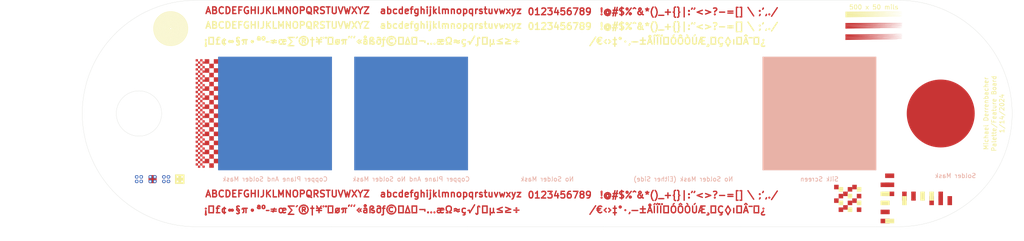
<source format=kicad_pcb>
(kicad_pcb (version 20171130) (host pcbnew "(5.1.9-0-10_14)")

  (general
    (thickness 1.6)
    (drawings 369)
    (tracks 21)
    (zones 0)
    (modules 1)
    (nets 1)
  )

  (page A4)
  (layers
    (0 F.Cu signal)
    (31 B.Cu signal)
    (32 B.Adhes user)
    (33 F.Adhes user)
    (34 B.Paste user)
    (35 F.Paste user)
    (36 B.SilkS user)
    (37 F.SilkS user)
    (38 B.Mask user)
    (39 F.Mask user)
    (40 Dwgs.User user)
    (41 Cmts.User user)
    (42 Eco1.User user)
    (43 Eco2.User user)
    (44 Edge.Cuts user)
    (45 Margin user)
    (46 B.CrtYd user)
    (47 F.CrtYd user)
    (48 B.Fab user)
    (49 F.Fab user)
  )

  (setup
    (last_trace_width 0.25)
    (user_trace_width 0.8)
    (trace_clearance 0.2)
    (zone_clearance 0)
    (zone_45_only no)
    (trace_min 0.2)
    (via_size 0.8)
    (via_drill 0.4)
    (via_min_size 0.4)
    (via_min_drill 0.3)
    (uvia_size 0.3)
    (uvia_drill 0.1)
    (uvias_allowed no)
    (uvia_min_size 0.2)
    (uvia_min_drill 0.1)
    (edge_width 0.05)
    (segment_width 0.2)
    (pcb_text_width 0.3)
    (pcb_text_size 1.5 1.5)
    (mod_edge_width 0.12)
    (mod_text_size 1 1)
    (mod_text_width 0.15)
    (pad_size 1.524 1.524)
    (pad_drill 0.762)
    (pad_to_mask_clearance 0)
    (aux_axis_origin 0 0)
    (visible_elements FFFFFF7F)
    (pcbplotparams
      (layerselection 0x010fc_ffffffff)
      (usegerberextensions false)
      (usegerberattributes true)
      (usegerberadvancedattributes true)
      (creategerberjobfile true)
      (excludeedgelayer true)
      (linewidth 0.100000)
      (plotframeref false)
      (viasonmask false)
      (mode 1)
      (useauxorigin false)
      (hpglpennumber 1)
      (hpglpenspeed 20)
      (hpglpendiameter 15.000000)
      (psnegative false)
      (psa4output false)
      (plotreference true)
      (plotvalue true)
      (plotinvisibletext false)
      (padsonsilk false)
      (subtractmaskfromsilk false)
      (outputformat 1)
      (mirror false)
      (drillshape 0)
      (scaleselection 1)
      (outputdirectory "Output_Files/"))
  )

  (net 0 "")

  (net_class Default "This is the default net class."
    (clearance 0.2)
    (trace_width 0.25)
    (via_dia 0.8)
    (via_drill 0.4)
    (uvia_dia 0.3)
    (uvia_drill 0.1)
  )

  (module Wave_V2:logo (layer F.Cu) (tedit 0) (tstamp 65A548ED)
    (at 240.157 77.216 90)
    (fp_text reference G*** (at 0 0 270) (layer F.SilkS) hide
      (effects (font (size 1.524 1.524) (thickness 0.3)))
    )
    (fp_text value LOGO (at 0.75 0 270) (layer F.SilkS) hide
      (effects (font (size 1.524 1.524) (thickness 0.3)))
    )
    (fp_poly (pts (xy -5.180105 3.330984) (xy -5.179547 3.331971) (xy -5.146203 3.384339) (xy -5.089105 3.466784)
      (xy -5.01562 3.569232) (xy -4.933115 3.681606) (xy -4.848957 3.793833) (xy -4.770514 3.895838)
      (xy -4.727842 3.9497) (xy -4.605229 4.092618) (xy -4.452457 4.256128) (xy -4.279894 4.430188)
      (xy -4.097907 4.60476) (xy -3.916867 4.769804) (xy -3.747139 4.915281) (xy -3.652329 4.9911)
      (xy -3.176542 5.327162) (xy -2.677581 5.619719) (xy -2.158642 5.867963) (xy -1.622926 6.071087)
      (xy -1.073631 6.228282) (xy -0.513954 6.338741) (xy 0.052905 6.401657) (xy 0.623749 6.416222)
      (xy 1.195377 6.381628) (xy 1.622481 6.322973) (xy 2.190331 6.200963) (xy 2.742862 6.032581)
      (xy 3.277038 5.819714) (xy 3.78982 5.564251) (xy 4.278171 5.26808) (xy 4.739054 4.933089)
      (xy 5.169432 4.561167) (xy 5.566266 4.154202) (xy 5.92652 3.714082) (xy 6.015701 3.59181)
      (xy 6.083158 3.496367) (xy 6.140433 3.414175) (xy 6.180553 3.355308) (xy 6.195476 3.332025)
      (xy 6.217294 3.315828) (xy 6.258254 3.326841) (xy 6.307183 3.353382) (xy 6.348029 3.378157)
      (xy 6.372907 3.400772) (xy 6.379552 3.428755) (xy 6.365696 3.469635) (xy 6.329072 3.530939)
      (xy 6.267414 3.620196) (xy 6.19719 3.718677) (xy 5.836938 4.18002) (xy 5.440567 4.607077)
      (xy 5.010891 4.998196) (xy 4.550722 5.351723) (xy 4.062874 5.666008) (xy 3.55016 5.939397)
      (xy 3.015393 6.170238) (xy 2.461386 6.356878) (xy 1.890953 6.497667) (xy 1.307211 6.590914)
      (xy 1.186942 6.601726) (xy 1.031967 6.610815) (xy 0.85306 6.618013) (xy 0.660993 6.623154)
      (xy 0.466541 6.626074) (xy 0.280478 6.626604) (xy 0.113578 6.624579) (xy -0.023385 6.619833)
      (xy -0.1143 6.612849) (xy -0.491026 6.563009) (xy -0.824647 6.506667) (xy -1.122586 6.442557)
      (xy -1.143 6.437573) (xy -1.722244 6.269346) (xy -2.278986 6.055915) (xy -2.811573 5.798401)
      (xy -3.318353 5.497925) (xy -3.797672 5.155608) (xy -4.247877 4.772571) (xy -4.667315 4.349935)
      (xy -5.054333 3.888821) (xy -5.209646 3.680004) (xy -5.277966 3.583601) (xy -5.333819 3.502668)
      (xy -5.371373 3.445807) (xy -5.3848 3.421725) (xy -5.365259 3.401057) (xy -5.31619 3.3658)
      (xy -5.292794 3.35088) (xy -5.232882 3.317283) (xy -5.199968 3.311427) (xy -5.180105 3.330984)) (layer F.Mask) (width 0.01))
    (fp_poly (pts (xy 0.585966 -6.28342) (xy 0.645375 -6.237518) (xy 0.69762 -6.155881) (xy 0.745667 -6.033705)
      (xy 0.792482 -5.866185) (xy 0.798466 -5.84152) (xy 0.828666 -5.703887) (xy 0.859065 -5.541743)
      (xy 0.889898 -5.352931) (xy 0.921402 -5.135294) (xy 0.953815 -4.886677) (xy 0.987371 -4.604922)
      (xy 1.022308 -4.287872) (xy 1.058862 -3.933372) (xy 1.097269 -3.539265) (xy 1.137766 -3.103393)
      (xy 1.180589 -2.623601) (xy 1.225974 -2.097732) (xy 1.274158 -1.523629) (xy 1.281487 -1.4351)
      (xy 1.331935 -0.826469) (xy 1.378732 -0.266012) (xy 1.422124 0.248746) (xy 1.462361 0.720279)
      (xy 1.499691 1.151062) (xy 1.534361 1.543572) (xy 1.566619 1.900283) (xy 1.596715 2.223671)
      (xy 1.624896 2.51621) (xy 1.65141 2.780376) (xy 1.676505 3.018645) (xy 1.70043 3.23349)
      (xy 1.723433 3.427388) (xy 1.745761 3.602814) (xy 1.767664 3.762243) (xy 1.789389 3.908151)
      (xy 1.811184 4.043011) (xy 1.833297 4.169301) (xy 1.854825 4.283586) (xy 1.875695 4.392169)
      (xy 1.892318 4.481324) (xy 1.902634 4.539835) (xy 1.905 4.556636) (xy 1.924197 4.57183)
      (xy 1.927533 4.572) (xy 1.940967 4.547999) (xy 1.96028 4.480569) (xy 1.984156 4.376572)
      (xy 2.011281 4.242866) (xy 2.040342 4.086311) (xy 2.070023 3.913768) (xy 2.099011 3.732096)
      (xy 2.125991 3.548155) (xy 2.131917 3.5052) (xy 2.160044 3.28872) (xy 2.192292 3.022121)
      (xy 2.228667 2.705329) (xy 2.269178 2.338269) (xy 2.313833 1.920867) (xy 2.36264 1.453048)
      (xy 2.415607 0.934738) (xy 2.463628 0.4572) (xy 2.521747 -0.118783) (xy 2.576251 -0.64621)
      (xy 2.627468 -1.127174) (xy 2.675726 -1.563766) (xy 2.721354 -1.958077) (xy 2.764679 -2.3122)
      (xy 2.806029 -2.628225) (xy 2.845732 -2.908245) (xy 2.884117 -3.15435) (xy 2.921511 -3.368633)
      (xy 2.958243 -3.553186) (xy 2.994641 -3.710099) (xy 3.031032 -3.841464) (xy 3.067745 -3.949373)
      (xy 3.105108 -4.035917) (xy 3.143448 -4.103189) (xy 3.183094 -4.153279) (xy 3.187449 -4.15773)
      (xy 3.273346 -4.223448) (xy 3.354119 -4.239633) (xy 3.435861 -4.206298) (xy 3.492088 -4.158392)
      (xy 3.535507 -4.104895) (xy 3.577803 -4.030907) (xy 3.61964 -3.93358) (xy 3.661679 -3.810063)
      (xy 3.704584 -3.657509) (xy 3.749017 -3.473067) (xy 3.795641 -3.253891) (xy 3.845118 -2.997129)
      (xy 3.898112 -2.699934) (xy 3.955284 -2.359456) (xy 4.017298 -1.972847) (xy 4.051684 -1.7526)
      (xy 4.121376 -1.306587) (xy 4.185057 -0.907828) (xy 4.24335 -0.55321) (xy 4.296875 -0.239622)
      (xy 4.346256 0.036048) (xy 4.392113 0.276911) (xy 4.435067 0.486079) (xy 4.475742 0.666664)
      (xy 4.514758 0.821778) (xy 4.552737 0.954532) (xy 4.5903 1.068039) (xy 4.62807 1.165409)
      (xy 4.640306 1.193678) (xy 4.702463 1.3335) (xy 4.761706 1.265169) (xy 4.800311 1.204426)
      (xy 4.85286 1.095322) (xy 4.919172 0.938297) (xy 4.99907 0.733788) (xy 5.092373 0.482233)
      (xy 5.169714 0.2667) (xy 5.277316 -0.019363) (xy 5.380575 -0.256807) (xy 5.481037 -0.447472)
      (xy 5.580249 -0.593197) (xy 5.67976 -0.695821) (xy 5.781116 -0.757183) (xy 5.885865 -0.779122)
      (xy 5.995554 -0.763477) (xy 6.027319 -0.752629) (xy 6.104051 -0.71299) (xy 6.195602 -0.651037)
      (xy 6.275805 -0.585659) (xy 6.4135 -0.461001) (xy 6.31981 -0.365835) (xy 6.226121 -0.270669)
      (xy 6.121597 -0.365101) (xy 6.026531 -0.444637) (xy 5.954007 -0.48786) (xy 5.894879 -0.498164)
      (xy 5.840002 -0.478942) (xy 5.830582 -0.473077) (xy 5.78235 -0.422091) (xy 5.722089 -0.326361)
      (xy 5.651707 -0.189992) (xy 5.573115 -0.017092) (xy 5.48822 0.188234) (xy 5.398933 0.42188)
      (xy 5.344915 0.5715) (xy 5.248777 0.835694) (xy 5.162886 1.054114) (xy 5.08513 1.23026)
      (xy 5.013395 1.367629) (xy 4.945567 1.469722) (xy 4.879534 1.540037) (xy 4.813183 1.582073)
      (xy 4.7444 1.59933) (xy 4.723662 1.6002) (xy 4.652006 1.59091) (xy 4.584889 1.561432)
      (xy 4.521546 1.509349) (xy 4.461212 1.432247) (xy 4.403122 1.32771) (xy 4.346511 1.193323)
      (xy 4.290613 1.02667) (xy 4.234664 0.825336) (xy 4.177898 0.586906) (xy 4.119551 0.308964)
      (xy 4.058857 -0.010904) (xy 3.99505 -0.375115) (xy 3.927367 -0.786084) (xy 3.886882 -1.0414)
      (xy 3.823425 -1.444978) (xy 3.766776 -1.802054) (xy 3.716258 -2.116371) (xy 3.671191 -2.391673)
      (xy 3.630897 -2.631704) (xy 3.594697 -2.840206) (xy 3.561912 -3.020923) (xy 3.531863 -3.177599)
      (xy 3.503872 -3.313976) (xy 3.477259 -3.433798) (xy 3.451346 -3.540809) (xy 3.425454 -3.638752)
      (xy 3.399354 -3.729852) (xy 3.343283 -3.91873) (xy 3.308193 -3.819915) (xy 3.275735 -3.717331)
      (xy 3.243033 -3.590816) (xy 3.2098 -3.438234) (xy 3.175748 -3.257447) (xy 3.140589 -3.04632)
      (xy 3.104036 -2.802715) (xy 3.065799 -2.524496) (xy 3.025592 -2.209526) (xy 2.983127 -1.855668)
      (xy 2.938116 -1.460787) (xy 2.89027 -1.022745) (xy 2.839303 -0.539405) (xy 2.784926 -0.008632)
      (xy 2.75595 0.2794) (xy 2.698019 0.854812) (xy 2.644121 1.381736) (xy 2.593905 1.862292)
      (xy 2.547017 2.298602) (xy 2.503107 2.692787) (xy 2.461822 3.046969) (xy 2.422809 3.363268)
      (xy 2.385717 3.643807) (xy 2.350193 3.890707) (xy 2.315884 4.106088) (xy 2.28244 4.292073)
      (xy 2.249508 4.450783) (xy 2.216735 4.584339) (xy 2.183769 4.694863) (xy 2.150259 4.784475)
      (xy 2.115851 4.855298) (xy 2.080194 4.909453) (xy 2.042936 4.94906) (xy 2.003724 4.976242)
      (xy 1.974013 4.989335) (xy 1.912785 4.99965) (xy 1.855187 4.976505) (xy 1.835098 4.962632)
      (xy 1.796887 4.928803) (xy 1.760542 4.883325) (xy 1.725787 4.824175) (xy 1.692343 4.749333)
      (xy 1.65993 4.65678) (xy 1.628272 4.544495) (xy 1.597088 4.410457) (xy 1.566101 4.252646)
      (xy 1.535033 4.069043) (xy 1.503604 3.857626) (xy 1.471536 3.616375) (xy 1.438552 3.34327)
      (xy 1.404371 3.03629) (xy 1.368717 2.693416) (xy 1.331309 2.312627) (xy 1.291871 1.891902)
      (xy 1.250123 1.429221) (xy 1.205788 0.922564) (xy 1.158585 0.369911) (xy 1.108238 -0.230759)
      (xy 1.091553 -0.4318) (xy 1.044161 -1.002021) (xy 1.000369 -1.524351) (xy 0.959905 -2.001548)
      (xy 0.922496 -2.436375) (xy 0.88787 -2.83159) (xy 0.855755 -3.189955) (xy 0.825879 -3.51423)
      (xy 0.797968 -3.807175) (xy 0.77175 -4.071551) (xy 0.746954 -4.310117) (xy 0.723306 -4.525635)
      (xy 0.700534 -4.720864) (xy 0.678367 -4.898565) (xy 0.656531 -5.061499) (xy 0.634754 -5.212425)
      (xy 0.612764 -5.354103) (xy 0.595482 -5.458825) (xy 0.56613 -5.629404) (xy 0.542893 -5.749854)
      (xy 0.523665 -5.820173) (xy 0.506339 -5.840362) (xy 0.488808 -5.810421) (xy 0.468965 -5.73035)
      (xy 0.444704 -5.600148) (xy 0.420517 -5.458825) (xy 0.398223 -5.32309) (xy 0.376515 -5.182006)
      (xy 0.355107 -5.032714) (xy 0.333718 -4.872352) (xy 0.312062 -4.698061) (xy 0.289857 -4.506982)
      (xy 0.266819 -4.296253) (xy 0.242664 -4.063014) (xy 0.217109 -3.804407) (xy 0.18987 -3.517569)
      (xy 0.160664 -3.199643) (xy 0.129206 -2.847766) (xy 0.095213 -2.45908) (xy 0.058402 -2.030724)
      (xy 0.018489 -1.559838) (xy -0.02481 -1.043562) (xy -0.063954 -0.573341) (xy -0.113696 0.021837)
      (xy -0.160132 0.568714) (xy -0.203511 1.069665) (xy -0.244083 1.527063) (xy -0.282096 1.943284)
      (xy -0.317799 2.320701) (xy -0.351441 2.661689) (xy -0.383272 2.968623) (xy -0.41354 3.243877)
      (xy -0.442494 3.489825) (xy -0.470383 3.708842) (xy -0.497456 3.903302) (xy -0.523963 4.07558)
      (xy -0.550152 4.228051) (xy -0.576272 4.363087) (xy -0.586877 4.413309) (xy -0.626677 4.585237)
      (xy -0.663404 4.715328) (xy -0.700246 4.812155) (xy -0.740393 4.884295) (xy -0.780439 4.93359)
      (xy -0.858615 4.991036) (xy -0.937536 4.998367) (xy -1.010689 4.964021) (xy -1.047374 4.932612)
      (xy -1.082261 4.889707) (xy -1.115707 4.833073) (xy -1.148066 4.760472) (xy -1.179694 4.669672)
      (xy -1.210944 4.558435) (xy -1.242173 4.424526) (xy -1.273736 4.265711) (xy -1.305986 4.079754)
      (xy -1.339281 3.864419) (xy -1.373974 3.617472) (xy -1.41042 3.336677) (xy -1.448976 3.019799)
      (xy -1.489995 2.664602) (xy -1.533833 2.268851) (xy -1.580845 1.830311) (xy -1.631386 1.346746)
      (xy -1.685811 0.815922) (xy -1.714458 0.5334) (xy -1.76773 0.009227) (xy -1.816811 -0.467246)
      (xy -1.862075 -0.898913) (xy -1.903896 -1.288669) (xy -1.942649 -1.639408) (xy -1.97871 -1.954025)
      (xy -2.012452 -2.235414) (xy -2.04425 -2.486469) (xy -2.074479 -2.710085) (xy -2.103514 -2.909155)
      (xy -2.131729 -3.086576) (xy -2.1595 -3.24524) (xy -2.187199 -3.388042) (xy -2.215204 -3.517878)
      (xy -2.243887 -3.63764) (xy -2.264756 -3.717723) (xy -2.291522 -3.815128) (xy -2.309469 -3.869628)
      (xy -2.32277 -3.887427) (xy -2.335597 -3.874728) (xy -2.349565 -3.843829) (xy -2.377932 -3.766124)
      (xy -2.40846 -3.661885) (xy -2.441627 -3.528591) (xy -2.477911 -3.363721) (xy -2.517792 -3.164752)
      (xy -2.561749 -2.929163) (xy -2.61026 -2.654433) (xy -2.663805 -2.33804) (xy -2.722863 -1.977464)
      (xy -2.787913 -1.570182) (xy -2.819172 -1.3716) (xy -2.891005 -0.920085) (xy -2.957568 -0.516373)
      (xy -3.019505 -0.157814) (xy -3.07746 0.158245) (xy -3.132076 0.434453) (xy -3.183996 0.673463)
      (xy -3.233864 0.877925) (xy -3.282324 1.05049) (xy -3.330018 1.19381) (xy -3.377591 1.310536)
      (xy -3.425685 1.403319) (xy -3.474945 1.47481) (xy -3.521992 1.524184) (xy -3.623608 1.586224)
      (xy -3.727484 1.598861) (xy -3.829699 1.563116) (xy -3.926332 1.480011) (xy -3.982182 1.404423)
      (xy -4.024283 1.333596) (xy -4.066457 1.25218) (xy -4.11141 1.153681) (xy -4.161849 1.031604)
      (xy -4.22048 0.879454) (xy -4.290009 0.690736) (xy -4.355677 0.508) (xy -4.447716 0.255674)
      (xy -4.528248 0.047758) (xy -4.599242 -0.120322) (xy -4.66267 -0.253134) (xy -4.720499 -0.355251)
      (xy -4.741142 -0.386562) (xy -4.801479 -0.460336) (xy -4.859741 -0.495855) (xy -4.924018 -0.492576)
      (xy -5.002399 -0.449956) (xy -5.102975 -0.367452) (xy -5.109209 -0.361838) (xy -5.210122 -0.270669)
      (xy -5.3975 -0.460473) (xy -5.265028 -0.583401) (xy -5.12294 -0.696028) (xy -4.989759 -0.760806)
      (xy -4.864149 -0.77727) (xy -4.74477 -0.744957) (xy -4.630284 -0.663401) (xy -4.519353 -0.532141)
      (xy -4.410639 -0.350711) (xy -4.372221 -0.273932) (xy -4.322578 -0.163637) (xy -4.262118 -0.018671)
      (xy -4.196206 0.147481) (xy -4.130206 0.321336) (xy -4.076755 0.46874) (xy -3.983498 0.726616)
      (xy -3.903047 0.936077) (xy -3.835115 1.097793) (xy -3.779415 1.212433) (xy -3.73566 1.280666)
      (xy -3.721972 1.294677) (xy -3.694985 1.305361) (xy -3.668082 1.28255) (xy -3.635381 1.225435)
      (xy -3.598414 1.144531) (xy -3.561463 1.045604) (xy -3.523928 0.925718) (xy -3.485208 0.781935)
      (xy -3.444701 0.611319) (xy -3.401806 0.410933) (xy -3.355923 0.177841) (xy -3.306449 -0.090896)
      (xy -3.252785 -0.398213) (xy -3.194328 -0.747048) (xy -3.130478 -1.140337) (xy -3.060634 -1.581017)
      (xy -3.059616 -1.5875) (xy -2.996104 -1.988541) (xy -2.938684 -2.342674) (xy -2.886659 -2.653335)
      (xy -2.839328 -2.92396) (xy -2.795994 -3.157985) (xy -2.755958 -3.358847) (xy -2.71852 -3.529982)
      (xy -2.682981 -3.674824) (xy -2.648643 -3.796812) (xy -2.614808 -3.899379) (xy -2.580775 -3.985964)
      (xy -2.564373 -4.022412) (xy -2.491304 -4.143764) (xy -2.411627 -4.216267) (xy -2.328609 -4.240902)
      (xy -2.245517 -4.218652) (xy -2.165617 -4.150498) (xy -2.092176 -4.037422) (xy -2.02846 -3.880405)
      (xy -2.021829 -3.859334) (xy -1.989722 -3.747529) (xy -1.9584 -3.623382) (xy -1.927505 -3.4842)
      (xy -1.896678 -3.327289) (xy -1.865562 -3.149955) (xy -1.833798 -2.949505) (xy -1.801027 -2.723247)
      (xy -1.766893 -2.468486) (xy -1.731036 -2.182529) (xy -1.693099 -1.862684) (xy -1.652723 -1.506255)
      (xy -1.609551 -1.110552) (xy -1.563223 -0.672879) (xy -1.513382 -0.190544) (xy -1.459671 0.339147)
      (xy -1.447811 0.4572) (xy -1.396254 0.967894) (xy -1.34877 1.431108) (xy -1.304983 1.849968)
      (xy -1.264518 2.227597) (xy -1.227001 2.567122) (xy -1.192057 2.871666) (xy -1.159311 3.144355)
      (xy -1.128388 3.388314) (xy -1.098915 3.606668) (xy -1.070515 3.802541) (xy -1.042815 3.97906)
      (xy -1.01544 4.139348) (xy -0.989645 4.27813) (xy -0.966973 4.386612) (xy -0.9451 4.476401)
      (xy -0.927074 4.535696) (xy -0.918824 4.552336) (xy -0.903734 4.54021) (xy -0.883404 4.487419)
      (xy -0.861223 4.403357) (xy -0.855311 4.376306) (xy -0.827073 4.232639) (xy -0.798739 4.069655)
      (xy -0.770077 3.885107) (xy -0.740854 3.676752) (xy -0.710838 3.442345) (xy -0.679795 3.17964)
      (xy -0.647493 2.886394) (xy -0.613698 2.560361) (xy -0.578179 2.199298) (xy -0.540701 1.800958)
      (xy -0.501033 1.363098) (xy -0.458941 0.883472) (xy -0.414193 0.359837) (xy -0.366556 -0.210054)
      (xy -0.317071 -0.8128) (xy -0.26602 -1.433945) (xy -0.217995 -2.006396) (xy -0.172757 -2.532154)
      (xy -0.130066 -3.01322) (xy -0.089685 -3.451597) (xy -0.051373 -3.849284) (xy -0.014893 -4.208284)
      (xy 0.019995 -4.530597) (xy 0.053529 -4.818225) (xy 0.085949 -5.073168) (xy 0.117493 -5.297429)
      (xy 0.1484 -5.493008) (xy 0.178908 -5.661906) (xy 0.209258 -5.806125) (xy 0.239687 -5.927665)
      (xy 0.270434 -6.028529) (xy 0.301739 -6.110717) (xy 0.319926 -6.149981) (xy 0.370866 -6.235753)
      (xy 0.423482 -6.281802) (xy 0.490753 -6.297932) (xy 0.516427 -6.298393) (xy 0.585966 -6.28342)) (layer F.Mask) (width 0.01))
    (fp_poly (pts (xy 0.6731 -7.358492) (xy 0.945664 -7.350106) (xy 1.180998 -7.33716) (xy 1.392585 -7.318023)
      (xy 1.593909 -7.291066) (xy 1.798456 -7.25466) (xy 2.019708 -7.207174) (xy 2.1209 -7.183525)
      (xy 2.691284 -7.021977) (xy 3.243891 -6.813954) (xy 3.775741 -6.561268) (xy 4.283853 -6.26573)
      (xy 4.765246 -5.929149) (xy 5.216939 -5.553336) (xy 5.635952 -5.140103) (xy 5.815973 -4.939029)
      (xy 5.892737 -4.847235) (xy 5.979364 -4.73944) (xy 6.07032 -4.623028) (xy 6.160075 -4.505384)
      (xy 6.243097 -4.393892) (xy 6.313853 -4.295936) (xy 6.366813 -4.218901) (xy 6.396445 -4.170171)
      (xy 6.4008 -4.158326) (xy 6.381258 -4.137658) (xy 6.332189 -4.102401) (xy 6.308793 -4.087481)
      (xy 6.248881 -4.053884) (xy 6.215967 -4.048028) (xy 6.196104 -4.067585) (xy 6.195546 -4.068572)
      (xy 6.162202 -4.12094) (xy 6.105104 -4.203385) (xy 6.031619 -4.305833) (xy 5.949114 -4.418207)
      (xy 5.864956 -4.530434) (xy 5.786513 -4.632439) (xy 5.743841 -4.6863) (xy 5.621228 -4.829219)
      (xy 5.468456 -4.992729) (xy 5.295893 -5.166789) (xy 5.113906 -5.341361) (xy 4.932866 -5.506405)
      (xy 4.763138 -5.651882) (xy 4.668328 -5.7277) (xy 4.189212 -6.06624) (xy 3.688704 -6.359774)
      (xy 3.169659 -6.60786) (xy 2.634928 -6.810056) (xy 2.087364 -6.965919) (xy 1.52982 -7.075005)
      (xy 0.96515 -7.136873) (xy 0.396205 -7.15108) (xy -0.174161 -7.117183) (xy -0.743096 -7.03474)
      (xy -1.307748 -6.903307) (xy -1.8288 -6.735891) (xy -2.071201 -6.639369) (xy -2.335945 -6.520343)
      (xy -2.607409 -6.386688) (xy -2.869968 -6.246281) (xy -3.107997 -6.106997) (xy -3.2258 -6.03173)
      (xy -3.653218 -5.72336) (xy -4.057533 -5.382782) (xy -4.431887 -5.016702) (xy -4.769422 -4.631824)
      (xy -5.062299 -4.236309) (xy -5.120986 -4.151186) (xy -5.169191 -4.085016) (xy -5.200029 -4.047065)
      (xy -5.207 -4.041563) (xy -5.234823 -4.054497) (xy -5.28769 -4.084947) (xy -5.301978 -4.093684)
      (xy -5.338468 -4.117225) (xy -5.35996 -4.139444) (xy -5.363964 -4.167793) (xy -5.34799 -4.209726)
      (xy -5.309549 -4.272695) (xy -5.24615 -4.364154) (xy -5.181191 -4.455278) (xy -4.823919 -4.912357)
      (xy -4.428856 -5.337476) (xy -3.999381 -5.728434) (xy -3.53887 -6.083034) (xy -3.050703 -6.399077)
      (xy -2.538256 -6.674362) (xy -2.004909 -6.906692) (xy -1.45404 -7.093867) (xy -0.924207 -7.226479)
      (xy -0.63344 -7.281344) (xy -0.35669 -7.321018) (xy -0.079432 -7.346703) (xy 0.212862 -7.359597)
      (xy 0.534718 -7.360903) (xy 0.6731 -7.358492)) (layer F.Mask) (width 0.01))
  )

  (gr_poly (pts (xy 70.358 92.456) (xy 68.326 92.456) (xy 68.326 90.424) (xy 70.358 90.424)) (layer F.SilkS) (width 0.1) (tstamp 65A5274A))
  (gr_poly (pts (xy 67.31 92.456) (xy 65.278 92.456) (xy 65.278 90.424) (xy 67.31 90.424)) (layer F.Mask) (width 0.1))
  (gr_circle (center 67.31 57.658) (end 71.12 57.658) (layer F.SilkS) (width 0.12))
  (gr_circle (center 67.31 57.658) (end 70.866 57.658) (layer F.SilkS) (width 0.12))
  (gr_circle (center 67.31 57.658) (end 70.612 57.658) (layer F.SilkS) (width 0.12))
  (gr_circle (center 67.31 57.658) (end 70.358 57.658) (layer F.SilkS) (width 0.12))
  (gr_circle (center 67.31 57.658) (end 70.104 57.658) (layer F.SilkS) (width 0.12))
  (gr_circle (center 67.31 57.658) (end 69.85 57.658) (layer F.SilkS) (width 0.12))
  (gr_circle (center 67.31 57.658) (end 69.596 57.658) (layer F.SilkS) (width 0.12))
  (gr_text 1/14/2024 (at 253.492 76.708 90) (layer F.SilkS) (tstamp 65A5272D)
    (effects (font (size 1 1) (thickness 0.15)))
  )
  (gr_text "Palette/Feature Board" (at 251.714 76.708 90) (layer F.SilkS) (tstamp 65A52718)
    (effects (font (size 1 1) (thickness 0.15)))
  )
  (gr_text "Michael Derrenbacher" (at 249.936 76.708 90) (layer F.SilkS)
    (effects (font (size 1 1) (thickness 0.15)))
  )
  (gr_circle (center 67.31 57.658) (end 69.342 57.658) (layer F.SilkS) (width 0.12))
  (gr_circle (center 67.31 57.658) (end 67.31 55.88) (layer F.SilkS) (width 0.12))
  (gr_circle (center 67.31 57.658) (end 67.31 56.134) (layer F.SilkS) (width 0.12))
  (gr_circle (center 67.31 57.658) (end 67.31 56.388) (layer F.SilkS) (width 0.12))
  (gr_circle (center 67.31 57.658) (end 67.31 56.642) (layer F.SilkS) (width 0.12))
  (gr_circle (center 67.31 57.658) (end 67.31 56.896) (layer F.SilkS) (width 0.12))
  (gr_circle (center 67.31 57.658) (end 67.31 57.15) (layer F.SilkS) (width 0.12))
  (gr_circle (center 67.31 57.658) (end 67.31 57.404) (layer F.SilkS) (width 0.12))
  (gr_text ABCDEFGHIJKLMNOPQRSTUVWXYZ (at 93.472 53.594) (layer F.Cu) (tstamp 65A526F1)
    (effects (font (size 1.5 1.5) (thickness 0.3)))
  )
  (gr_text "!@#$%^&*()_+{}|:”<>?-=[] \\ ;’,./" (at 183.388 53.848) (layer F.Cu) (tstamp 65A526F0)
    (effects (font (size 1.5 1.5) (thickness 0.3)))
  )
  (gr_text abcdefghijklmnopqrstuvwxyz (at 130.048 53.594) (layer F.Cu) (tstamp 65A526EF)
    (effects (font (size 1.5 1.5) (thickness 0.3)))
  )
  (gr_text 0123456789 (at 154.432 53.848) (layer F.Cu) (tstamp 65A526EE)
    (effects (font (size 1.5 1.5) (thickness 0.3)))
  )
  (gr_text ⁄€‹›ﬁﬂ‡°·‚—±ÅÍÎÏ˝ÓÔÒÚÆ¸˛Ç◊ı˜Â¯˘¿ (at 180.848 98.298) (layer F.Mask) (tstamp 65A5267B)
    (effects (font (size 1.5 1.5) (thickness 0.3)))
  )
  (gr_text ABCDEFGHIJKLMNOPQRSTUVWXYZ (at 93.472 94.742) (layer F.Mask) (tstamp 65A52531)
    (effects (font (size 1.5 1.5) (thickness 0.3)))
  )
  (gr_text "!@#$%^&*()_+{}|:”<>?-=[] \\ ;’,./" (at 183.388 94.996) (layer F.Mask) (tstamp 65A52530)
    (effects (font (size 1.5 1.5) (thickness 0.3)))
  )
  (gr_text ¡™£¢∞§¶•ªº–≠œ∑´®†¥¨ˆøπ“‘«åß∂ƒ©˙∆˚¬…æΩ≈ç√∫˜µ≤≥÷ (at 110.236 98.298) (layer F.Mask) (tstamp 65A5267E)
    (effects (font (size 1.5 1.5) (thickness 0.3)))
  )
  (gr_text abcdefghijklmnopqrstuvwxyz (at 130.048 94.742) (layer F.Mask) (tstamp 65A5252E)
    (effects (font (size 1.5 1.5) (thickness 0.3)))
  )
  (gr_text 0123456789 (at 154.432 94.996) (layer F.Mask) (tstamp 65A5252D)
    (effects (font (size 1.5 1.5) (thickness 0.3)))
  )
  (gr_text ⁄€‹›ﬁﬂ‡°·‚—±ÅÍÎÏ˝ÓÔÒÚÆ¸˛Ç◊ı˜Â¯˘¿ (at 180.848 98.298) (layer F.Cu) (tstamp 65A52681)
    (effects (font (size 1.5 1.5) (thickness 0.3)))
  )
  (gr_text ABCDEFGHIJKLMNOPQRSTUVWXYZ (at 93.472 94.742) (layer F.Cu) (tstamp 65A52531)
    (effects (font (size 1.5 1.5) (thickness 0.3)))
  )
  (gr_text "!@#$%^&*()_+{}|:”<>?-=[] \\ ;’,./" (at 183.388 94.996) (layer F.Cu) (tstamp 65A526BA)
    (effects (font (size 1.5 1.5) (thickness 0.3)))
  )
  (gr_text ¡™£¢∞§¶•ªº–≠œ∑´®†¥¨ˆøπ“‘«åß∂ƒ©˙∆˚¬…æΩ≈ç√∫˜µ≤≥÷ (at 110.236 98.298) (layer F.Cu) (tstamp 65A52684)
    (effects (font (size 1.5 1.5) (thickness 0.3)))
  )
  (gr_text abcdefghijklmnopqrstuvwxyz (at 130.048 94.742) (layer F.Cu) (tstamp 65A5252E)
    (effects (font (size 1.5 1.5) (thickness 0.3)))
  )
  (gr_text 0123456789 (at 154.432 94.996) (layer F.Cu) (tstamp 65A5252D)
    (effects (font (size 1.5 1.5) (thickness 0.3)))
  )
  (gr_poly (pts (xy 229.362 98.298) (xy 229.362 99.314) (xy 227.33 99.314) (xy 227.33 98.298)) (layer F.Mask) (width 0) (tstamp 65A5247E))
  (gr_poly (pts (xy 228.346 98.298) (xy 228.346 99.314) (xy 226.314 99.314) (xy 226.314 98.298)) (layer F.Cu) (width 0) (tstamp 65A5247D))
  (gr_poly (pts (xy 228.346 90.17) (xy 228.346 91.186) (xy 226.314 91.186) (xy 226.314 90.17)) (layer F.Mask) (width 0) (tstamp 65A5247C))
  (gr_poly (pts (xy 229.362 100.33) (xy 229.362 101.346) (xy 227.33 101.346) (xy 227.33 100.33)) (layer F.SilkS) (width 0) (tstamp 65A5247B))
  (gr_poly (pts (xy 229.362 90.17) (xy 229.362 91.186) (xy 227.33 91.186) (xy 227.33 90.17)) (layer F.Cu) (width 0) (tstamp 65A5247A))
  (gr_poly (pts (xy 229.362 90.17) (xy 229.362 91.186) (xy 227.33 91.186) (xy 227.33 90.17)) (layer F.Mask) (width 0) (tstamp 65A52479))
  (gr_poly (pts (xy 228.346 100.33) (xy 228.346 101.346) (xy 226.314 101.346) (xy 226.314 100.33)) (layer F.Cu) (width 0) (tstamp 65A52478))
  (gr_poly (pts (xy 229.362 94.234) (xy 229.362 95.25) (xy 227.33 95.25) (xy 227.33 94.234)) (layer F.Mask) (width 0) (tstamp 65A52477))
  (gr_poly (pts (xy 229.362 92.202) (xy 229.362 93.218) (xy 227.33 93.218) (xy 227.33 92.202)) (layer F.Cu) (width 0) (tstamp 65A52476))
  (gr_poly (pts (xy 229.362 94.234) (xy 229.362 95.25) (xy 227.33 95.25) (xy 227.33 94.234)) (layer F.Cu) (width 0) (tstamp 65A52475))
  (gr_poly (pts (xy 229.362 92.202) (xy 229.362 93.218) (xy 227.33 93.218) (xy 227.33 92.202)) (layer F.Mask) (width 0) (tstamp 65A52474))
  (gr_poly (pts (xy 228.346 96.266) (xy 228.346 97.282) (xy 226.314 97.282) (xy 226.314 96.266)) (layer F.SilkS) (width 0) (tstamp 65A52473))
  (gr_poly (pts (xy 228.346 92.202) (xy 228.346 93.218) (xy 226.314 93.218) (xy 226.314 92.202)) (layer F.Cu) (width 0) (tstamp 65A52472))
  (gr_poly (pts (xy 228.346 94.234) (xy 228.346 95.25) (xy 226.314 95.25) (xy 226.314 94.234)) (layer F.SilkS) (width 0) (tstamp 65A52471))
  (gr_poly (pts (xy 229.362 96.266) (xy 229.362 97.282) (xy 227.33 97.282) (xy 227.33 96.266)) (layer F.Mask) (width 0) (tstamp 65A52470))
  (gr_poly (pts (xy 242.316 96.266) (xy 241.3 96.266) (xy 241.3 94.234) (xy 242.316 94.234)) (layer F.Mask) (width 0) (tstamp 65A52460))
  (gr_poly (pts (xy 242.316 97.282) (xy 241.3 97.282) (xy 241.3 95.25) (xy 242.316 95.25)) (layer F.Mask) (width 0) (tstamp 65A52454))
  (gr_poly (pts (xy 242.316 97.282) (xy 241.3 97.282) (xy 241.3 95.25) (xy 242.316 95.25)) (layer F.Cu) (width 0) (tstamp 65A52453))
  (gr_poly (pts (xy 240.284 96.266) (xy 239.268 96.266) (xy 239.268 94.234) (xy 240.284 94.234)) (layer F.Cu) (width 0) (tstamp 65A52445))
  (gr_poly (pts (xy 240.284 97.282) (xy 239.268 97.282) (xy 239.268 95.25) (xy 240.284 95.25)) (layer F.Mask) (width 0) (tstamp 65A5243D))
  (gr_poly (pts (xy 240.284 97.282) (xy 239.268 97.282) (xy 239.268 95.25) (xy 240.284 95.25)) (layer F.Cu) (width 0) (tstamp 65A5243C))
  (gr_poly (pts (xy 238.252 96.266) (xy 237.236 96.266) (xy 237.236 94.234) (xy 238.252 94.234)) (layer F.SilkS) (width 0) (tstamp 65A5242D))
  (gr_poly (pts (xy 238.252 97.282) (xy 237.236 97.282) (xy 237.236 95.25) (xy 238.252 95.25)) (layer F.Cu) (width 0) (tstamp 65A52429))
  (gr_poly (pts (xy 238.252 97.282) (xy 237.236 97.282) (xy 237.236 95.25) (xy 238.252 95.25)) (layer F.Mask) (width 0) (tstamp 65A52425))
  (gr_poly (pts (xy 236.22 97.282) (xy 235.204 97.282) (xy 235.204 95.25) (xy 236.22 95.25)) (layer F.Mask) (width 0) (tstamp 65A52421))
  (gr_poly (pts (xy 236.22 96.266) (xy 235.204 96.266) (xy 235.204 94.234) (xy 236.22 94.234)) (layer F.SilkS) (width 0) (tstamp 65A5241E))
  (gr_poly (pts (xy 234.188 97.282) (xy 233.172 97.282) (xy 233.172 95.25) (xy 234.188 95.25)) (layer F.Mask) (width 0) (tstamp 65A52417))
  (gr_poly (pts (xy 234.188 96.266) (xy 233.172 96.266) (xy 233.172 94.234) (xy 234.188 94.234)) (layer F.Cu) (width 0) (tstamp 65A52416))
  (gr_poly (pts (xy 232.156 97.282) (xy 231.14 97.282) (xy 231.14 95.25) (xy 232.156 95.25)) (layer F.SilkS) (width 0) (tstamp 65A52402))
  (gr_poly (pts (xy 232.156 96.266) (xy 231.14 96.266) (xy 231.14 94.234) (xy 232.156 94.234)) (layer F.Cu) (width 0) (tstamp 65A523FC))
  (gr_poly (pts (xy 217.932 95.758) (xy 216.916 95.758) (xy 216.916 94.742) (xy 217.932 94.742)) (layer F.Mask) (width 0) (tstamp 65A523BA))
  (gr_poly (pts (xy 217.932 95.758) (xy 216.916 95.758) (xy 216.916 94.742) (xy 217.932 94.742)) (layer F.Cu) (width 0) (tstamp 65A523B9))
  (gr_poly (pts (xy 218.948 95.25) (xy 217.932 95.25) (xy 217.932 94.234) (xy 218.948 94.234)) (layer F.Cu) (width 0) (tstamp 65A523B8))
  (gr_poly (pts (xy 219.964 95.758) (xy 218.948 95.758) (xy 218.948 94.742) (xy 219.964 94.742)) (layer F.SilkS) (width 0) (tstamp 65A523B7))
  (gr_poly (pts (xy 220.98 95.25) (xy 219.964 95.25) (xy 219.964 94.234) (xy 220.98 94.234)) (layer F.Mask) (width 0) (tstamp 65A523B6))
  (gr_poly (pts (xy 221.996 95.758) (xy 220.98 95.758) (xy 220.98 94.742) (xy 221.996 94.742)) (layer F.Mask) (width 0) (tstamp 65A523B5))
  (gr_poly (pts (xy 221.996 95.758) (xy 220.98 95.758) (xy 220.98 94.742) (xy 221.996 94.742)) (layer F.Cu) (width 0) (tstamp 65A523B4))
  (gr_poly (pts (xy 216.916 95.25) (xy 215.9 95.25) (xy 215.9 94.234) (xy 216.916 94.234)) (layer F.Mask) (width 0) (tstamp 65A523B3))
  (gr_poly (pts (xy 219.964 94.234) (xy 218.948 94.234) (xy 218.948 93.218) (xy 219.964 93.218)) (layer F.Mask) (width 0) (tstamp 65A523B2))
  (gr_poly (pts (xy 216.916 93.726) (xy 215.9 93.726) (xy 215.9 92.71) (xy 216.916 92.71)) (layer F.Cu) (width 0) (tstamp 65A523B1))
  (gr_poly (pts (xy 217.932 94.234) (xy 216.916 94.234) (xy 216.916 93.218) (xy 217.932 93.218)) (layer F.SilkS) (width 0) (tstamp 65A523B0))
  (gr_poly (pts (xy 218.948 93.726) (xy 217.932 93.726) (xy 217.932 92.71) (xy 218.948 92.71)) (layer F.Mask) (width 0) (tstamp 65A523AF))
  (gr_poly (pts (xy 219.964 94.234) (xy 218.948 94.234) (xy 218.948 93.218) (xy 219.964 93.218)) (layer F.Cu) (width 0) (tstamp 65A523AE))
  (gr_poly (pts (xy 220.98 93.726) (xy 219.964 93.726) (xy 219.964 92.71) (xy 220.98 92.71)) (layer F.Cu) (width 0) (tstamp 65A523AD))
  (gr_poly (pts (xy 221.996 94.234) (xy 220.98 94.234) (xy 220.98 93.218) (xy 221.996 93.218)) (layer F.SilkS) (width 0) (tstamp 65A523AC))
  (gr_poly (pts (xy 220.98 96.774) (xy 219.964 96.774) (xy 219.964 95.758) (xy 220.98 95.758)) (layer F.Cu) (width 0) (tstamp 65A523A8))
  (gr_poly (pts (xy 221.996 97.282) (xy 220.98 97.282) (xy 220.98 96.266) (xy 221.996 96.266)) (layer F.SilkS) (width 0) (tstamp 65A523A7))
  (gr_poly (pts (xy 216.916 98.298) (xy 215.9 98.298) (xy 215.9 97.282) (xy 216.916 97.282)) (layer F.Mask) (width 0) (tstamp 65A523A2))
  (gr_poly (pts (xy 217.932 98.806) (xy 216.916 98.806) (xy 216.916 97.79) (xy 217.932 97.79)) (layer F.Mask) (width 0) (tstamp 65A523A1))
  (gr_poly (pts (xy 217.932 98.806) (xy 216.916 98.806) (xy 216.916 97.79) (xy 217.932 97.79)) (layer F.Cu) (width 0) (tstamp 65A523A0))
  (gr_poly (pts (xy 221.996 98.806) (xy 220.98 98.806) (xy 220.98 97.79) (xy 221.996 97.79)) (layer F.Mask) (width 0) (tstamp 65A52377))
  (gr_poly (pts (xy 218.948 98.298) (xy 217.932 98.298) (xy 217.932 97.282) (xy 218.948 97.282)) (layer F.Cu) (width 0) (tstamp 65A52376))
  (gr_poly (pts (xy 219.964 98.806) (xy 218.948 98.806) (xy 218.948 97.79) (xy 219.964 97.79)) (layer F.SilkS) (width 0) (tstamp 65A52375))
  (gr_poly (pts (xy 220.98 98.298) (xy 219.964 98.298) (xy 219.964 97.282) (xy 220.98 97.282)) (layer F.Mask) (width 0) (tstamp 65A52374))
  (gr_poly (pts (xy 221.996 98.806) (xy 220.98 98.806) (xy 220.98 97.79) (xy 221.996 97.79)) (layer F.Cu) (width 0) (tstamp 65A52373))
  (gr_poly (pts (xy 219.964 97.282) (xy 218.948 97.282) (xy 218.948 96.266) (xy 219.964 96.266)) (layer F.Mask) (width 0) (tstamp 65A52358))
  (gr_poly (pts (xy 219.964 97.282) (xy 218.948 97.282) (xy 218.948 96.266) (xy 219.964 96.266)) (layer F.Cu) (width 0) (tstamp 65A52358))
  (gr_poly (pts (xy 218.948 96.774) (xy 217.932 96.774) (xy 217.932 95.758) (xy 218.948 95.758)) (layer F.Mask) (width 0) (tstamp 65A52358))
  (gr_poly (pts (xy 217.932 97.282) (xy 216.916 97.282) (xy 216.916 96.266) (xy 217.932 96.266)) (layer F.SilkS) (width 0) (tstamp 65A52358))
  (gr_poly (pts (xy 216.916 96.774) (xy 215.9 96.774) (xy 215.9 95.758) (xy 216.916 95.758)) (layer F.Cu) (width 0) (tstamp 65A52358))
  (gr_text "500 x 50 mils" (at 224.79 52.832) (layer F.SilkS)
    (effects (font (size 1 1) (thickness 0.15)))
  )
  (gr_poly (pts (xy 218.44 61.976) (xy 218.44 61.722) (xy 231.14 61.722)) (layer F.Mask) (width 0.01) (tstamp 65A5230F))
  (gr_poly (pts (xy 218.44 62.484) (xy 218.44 62.23) (xy 231.14 62.23)) (layer F.Mask) (width 0.01) (tstamp 65A5230E))
  (gr_poly (pts (xy 218.44 62.738) (xy 218.44 62.484) (xy 231.14 62.484)) (layer F.Mask) (width 0.01) (tstamp 65A5230D))
  (gr_poly (pts (xy 218.44 62.23) (xy 218.44 61.976) (xy 231.14 61.976)) (layer F.Mask) (width 0.01) (tstamp 65A5230C))
  (gr_poly (pts (xy 218.44 61.722) (xy 218.44 61.468) (xy 231.14 61.468)) (layer F.Mask) (width 0.01) (tstamp 65A5230B))
  (gr_poly (pts (xy 231.394 60.452) (xy 218.186 60.452) (xy 218.186 58.674) (xy 231.394 58.674)) (layer F.Mask) (width 0.1))
  (gr_poly (pts (xy 218.44 59.436) (xy 218.44 59.182) (xy 231.14 59.182)) (layer F.Cu) (width 0.01) (tstamp 65A522B5))
  (gr_poly (pts (xy 218.44 59.944) (xy 218.44 59.69) (xy 231.14 59.69)) (layer F.Cu) (width 0.01) (tstamp 65A522B4))
  (gr_poly (pts (xy 218.44 60.198) (xy 218.44 59.944) (xy 231.14 59.944)) (layer F.Cu) (width 0.01) (tstamp 65A522B3))
  (gr_poly (pts (xy 218.44 59.69) (xy 218.44 59.436) (xy 231.14 59.436)) (layer F.Cu) (width 0.01) (tstamp 65A522B2))
  (gr_poly (pts (xy 218.44 59.182) (xy 218.44 58.928) (xy 231.14 58.928)) (layer F.Cu) (width 0.01) (tstamp 65A522B1))
  (gr_poly (pts (xy 218.44 57.15) (xy 218.44 56.896) (xy 231.14 56.896)) (layer F.Cu) (width 0.01) (tstamp 65A5229F))
  (gr_poly (pts (xy 218.44 57.404) (xy 218.44 57.15) (xy 231.14 57.15)) (layer F.Cu) (width 0.01) (tstamp 65A5229E))
  (gr_poly (pts (xy 218.44 57.658) (xy 218.44 57.404) (xy 231.14 57.404)) (layer F.Cu) (width 0.01) (tstamp 65A5229D))
  (gr_poly (pts (xy 218.44 56.896) (xy 218.44 56.642) (xy 231.14 56.642)) (layer F.Cu) (width 0.01) (tstamp 65A5229C))
  (gr_poly (pts (xy 218.44 56.642) (xy 218.44 56.388) (xy 231.14 56.388)) (layer F.Cu) (width 0.01) (tstamp 65A5229B))
  (gr_poly (pts (xy 218.44 55.118) (xy 218.44 54.864) (xy 231.14 54.864)) (layer F.SilkS) (width 0.01) (tstamp 65A52283))
  (gr_poly (pts (xy 218.44 54.864) (xy 218.44 54.61) (xy 231.14 54.61)) (layer F.SilkS) (width 0.01) (tstamp 65A52283))
  (gr_poly (pts (xy 218.44 54.61) (xy 218.44 54.356) (xy 231.14 54.356)) (layer F.SilkS) (width 0.01) (tstamp 65A52283))
  (gr_poly (pts (xy 218.44 54.356) (xy 218.44 54.102) (xy 231.14 54.102)) (layer F.SilkS) (width 0.01) (tstamp 65A52283))
  (gr_poly (pts (xy 218.44 54.102) (xy 218.44 53.848) (xy 231.14 53.848)) (layer F.SilkS) (width 0.01))
  (gr_text "!@#$%^&*()_+{}|:”<>?-=[] \\ ;’,./" (at 183.388 57.15) (layer F.SilkS) (tstamp 65A526BF)
    (effects (font (size 1.5 1.5) (thickness 0.3)))
  )
  (gr_text ⁄€‹›ﬁﬂ‡°·‚—±ÅÍÎÏ˝ÓÔÒÚÆ¸˛Ç◊ı˜Â¯˘¿ (at 180.848 60.452) (layer F.SilkS) (tstamp 65A52230)
    (effects (font (size 1.5 1.5) (thickness 0.3)))
  )
  (gr_text ¡™£¢∞§¶•ªº–≠œ∑´®†¥¨ˆøπ“‘«åß∂ƒ©˙∆˚¬…æΩ≈ç√∫˜µ≤≥÷ (at 110.236 60.452) (layer F.SilkS) (tstamp 65A52239)
    (effects (font (size 1.5 1.5) (thickness 0.3)))
  )
  (gr_text 0123456789 (at 154.432 57.15) (layer F.SilkS) (tstamp 65A5223F)
    (effects (font (size 1.5 1.5) (thickness 0.3)))
  )
  (gr_text abcdefghijklmnopqrstuvwxyz (at 130.048 56.896) (layer F.SilkS) (tstamp 65A5223C)
    (effects (font (size 1.5 1.5) (thickness 0.3)))
  )
  (gr_text ABCDEFGHIJKLMNOPQRSTUVWXYZ (at 93.472 56.896) (layer F.SilkS) (tstamp 65A52233)
    (effects (font (size 1.5 1.5) (thickness 0.3)))
  )
  (gr_poly (pts (xy 103.886 89.408) (xy 72.39 89.408) (xy 72.39 64.008) (xy 103.886 64.008)) (layer F.Mask) (width 0.1) (tstamp 65A521B0))
  (gr_poly (pts (xy 103.378 88.9) (xy 99.314 88.9) (xy 99.314 84.836) (xy 103.378 84.836)) (layer F.Cu) (width 0) (tstamp 65A482FF))
  (gr_poly (pts (xy 95.25 88.9) (xy 91.186 88.9) (xy 91.186 84.836) (xy 95.25 84.836)) (layer F.Cu) (width 0) (tstamp 65A482FE))
  (gr_poly (pts (xy 99.314 84.836) (xy 95.25 84.836) (xy 95.25 80.772) (xy 99.314 80.772)) (layer F.Cu) (width 0) (tstamp 65A482FD))
  (gr_poly (pts (xy 91.186 84.836) (xy 87.122 84.836) (xy 87.122 80.772) (xy 91.186 80.772)) (layer F.Cu) (width 0) (tstamp 65A482FC))
  (gr_poly (pts (xy 103.378 80.772) (xy 99.314 80.772) (xy 99.314 76.708) (xy 103.378 76.708)) (layer F.Cu) (width 0) (tstamp 65A482FF))
  (gr_poly (pts (xy 95.25 80.772) (xy 91.186 80.772) (xy 91.186 76.708) (xy 95.25 76.708)) (layer F.Cu) (width 0) (tstamp 65A482FE))
  (gr_poly (pts (xy 99.314 76.708) (xy 95.25 76.708) (xy 95.25 72.644) (xy 99.314 72.644)) (layer F.Cu) (width 0) (tstamp 65A482FD))
  (gr_poly (pts (xy 91.186 76.708) (xy 87.122 76.708) (xy 87.122 72.644) (xy 91.186 72.644)) (layer F.Cu) (width 0) (tstamp 65A482FC))
  (dimension 12.7 (width 0.15) (layer Dwgs.User) (tstamp 65A47C8E)
    (gr_text "0.5000 in" (at 97.028 88.108) (layer Dwgs.User) (tstamp 65A47C8E)
      (effects (font (size 1 1) (thickness 0.15)))
    )
    (feature1 (pts (xy 90.678 102.87) (xy 90.678 88.821579)))
    (feature2 (pts (xy 103.378 102.87) (xy 103.378 88.821579)))
    (crossbar (pts (xy 103.378 89.408) (xy 90.678 89.408)))
    (arrow1a (pts (xy 90.678 89.408) (xy 91.804504 88.821579)))
    (arrow1b (pts (xy 90.678 89.408) (xy 91.804504 89.994421)))
    (arrow2a (pts (xy 103.378 89.408) (xy 102.251496 88.821579)))
    (arrow2b (pts (xy 103.378 89.408) (xy 102.251496 89.994421)))
  )
  (dimension 12.7 (width 0.15) (layer Dwgs.User) (tstamp 65A47C8C)
    (gr_text "0.5000 in" (at 84.328 88.108) (layer Dwgs.User) (tstamp 65A47C8C)
      (effects (font (size 1 1) (thickness 0.15)))
    )
    (feature1 (pts (xy 77.978 102.87) (xy 77.978 88.821579)))
    (feature2 (pts (xy 90.678 102.87) (xy 90.678 88.821579)))
    (crossbar (pts (xy 90.678 89.408) (xy 77.978 89.408)))
    (arrow1a (pts (xy 77.978 89.408) (xy 79.104504 88.821579)))
    (arrow1b (pts (xy 77.978 89.408) (xy 79.104504 89.994421)))
    (arrow2a (pts (xy 90.678 89.408) (xy 89.551496 88.821579)))
    (arrow2b (pts (xy 90.678 89.408) (xy 89.551496 89.994421)))
  )
  (gr_poly (pts (xy 87.122 80.772) (xy 85.09 80.772) (xy 85.09 78.74) (xy 87.122 78.74)) (layer F.Cu) (width 0) (tstamp 65A482D3))
  (gr_poly (pts (xy 87.122 88.9) (xy 85.09 88.9) (xy 85.09 86.868) (xy 87.122 86.868)) (layer F.Cu) (width 0) (tstamp 65A482D2))
  (gr_poly (pts (xy 87.122 76.708) (xy 85.09 76.708) (xy 85.09 74.676) (xy 87.122 74.676)) (layer F.Cu) (width 0) (tstamp 65A482D1))
  (gr_poly (pts (xy 87.122 72.644) (xy 85.09 72.644) (xy 85.09 70.612) (xy 87.122 70.612)) (layer F.Cu) (width 0) (tstamp 65A482D0))
  (gr_poly (pts (xy 87.122 84.836) (xy 85.09 84.836) (xy 85.09 82.804) (xy 87.122 82.804)) (layer F.Cu) (width 0) (tstamp 65A482CF))
  (gr_poly (pts (xy 85.09 78.74) (xy 83.058 78.74) (xy 83.058 76.708) (xy 85.09 76.708)) (layer F.Cu) (width 0) (tstamp 65A482D3))
  (gr_poly (pts (xy 85.09 86.868) (xy 83.058 86.868) (xy 83.058 84.836) (xy 85.09 84.836)) (layer F.Cu) (width 0) (tstamp 65A482D2))
  (gr_poly (pts (xy 85.09 74.676) (xy 83.058 74.676) (xy 83.058 72.644) (xy 85.09 72.644)) (layer F.Cu) (width 0) (tstamp 65A482D1))
  (gr_poly (pts (xy 85.09 70.612) (xy 83.058 70.612) (xy 83.058 68.58) (xy 85.09 68.58)) (layer F.Cu) (width 0) (tstamp 65A482D0))
  (gr_poly (pts (xy 85.09 82.804) (xy 83.058 82.804) (xy 83.058 80.772) (xy 85.09 80.772)) (layer F.Cu) (width 0) (tstamp 65A482CF))
  (gr_poly (pts (xy 83.058 80.772) (xy 81.026 80.772) (xy 81.026 78.74) (xy 83.058 78.74)) (layer F.Cu) (width 0) (tstamp 65A482D3))
  (gr_poly (pts (xy 83.058 88.9) (xy 81.026 88.9) (xy 81.026 86.868) (xy 83.058 86.868)) (layer F.Cu) (width 0) (tstamp 65A482D2))
  (gr_poly (pts (xy 83.058 76.708) (xy 81.026 76.708) (xy 81.026 74.676) (xy 83.058 74.676)) (layer F.Cu) (width 0) (tstamp 65A482D1))
  (gr_poly (pts (xy 83.058 72.644) (xy 81.026 72.644) (xy 81.026 70.612) (xy 83.058 70.612)) (layer F.Cu) (width 0) (tstamp 65A482D0))
  (gr_poly (pts (xy 83.058 84.836) (xy 81.026 84.836) (xy 81.026 82.804) (xy 83.058 82.804)) (layer F.Cu) (width 0) (tstamp 65A482CF))
  (gr_poly (pts (xy 81.026 86.868) (xy 78.994 86.868) (xy 78.994 84.836) (xy 81.026 84.836)) (layer F.Cu) (width 0) (tstamp 65A482C6))
  (gr_poly (pts (xy 81.026 82.804) (xy 78.994 82.804) (xy 78.994 80.772) (xy 81.026 80.772)) (layer F.Cu) (width 0) (tstamp 65A482C6))
  (gr_poly (pts (xy 81.026 78.74) (xy 78.994 78.74) (xy 78.994 76.708) (xy 81.026 76.708)) (layer F.Cu) (width 0) (tstamp 65A482C6))
  (gr_poly (pts (xy 81.026 74.676) (xy 78.994 74.676) (xy 78.994 72.644) (xy 81.026 72.644)) (layer F.Cu) (width 0) (tstamp 65A482C6))
  (gr_poly (pts (xy 81.026 70.612) (xy 78.994 70.612) (xy 78.994 68.58) (xy 81.026 68.58)) (layer F.Cu) (width 0) (tstamp 65A482C6))
  (gr_poly (pts (xy 78.994 68.58) (xy 77.978 68.58) (xy 77.978 67.564) (xy 78.994 67.564)) (layer F.Cu) (width 0) (tstamp 65A4829D))
  (gr_poly (pts (xy 78.994 78.74) (xy 77.978 78.74) (xy 77.978 77.724) (xy 78.994 77.724)) (layer F.Cu) (width 0) (tstamp 65A4829C))
  (gr_poly (pts (xy 78.994 80.772) (xy 77.978 80.772) (xy 77.978 79.756) (xy 78.994 79.756)) (layer F.Cu) (width 0) (tstamp 65A4829B))
  (gr_poly (pts (xy 78.994 66.548) (xy 77.978 66.548) (xy 77.978 65.532) (xy 78.994 65.532)) (layer F.Cu) (width 0) (tstamp 65A4829A))
  (gr_poly (pts (xy 78.994 82.804) (xy 77.978 82.804) (xy 77.978 81.788) (xy 78.994 81.788)) (layer F.Cu) (width 0) (tstamp 65A48299))
  (gr_poly (pts (xy 78.994 70.612) (xy 77.978 70.612) (xy 77.978 69.596) (xy 78.994 69.596)) (layer F.Cu) (width 0) (tstamp 65A48298))
  (gr_poly (pts (xy 78.994 86.868) (xy 77.978 86.868) (xy 77.978 85.852) (xy 78.994 85.852)) (layer F.Cu) (width 0) (tstamp 65A48297))
  (gr_poly (pts (xy 78.994 84.836) (xy 77.978 84.836) (xy 77.978 83.82) (xy 78.994 83.82)) (layer F.Cu) (width 0) (tstamp 65A48296))
  (gr_poly (pts (xy 78.994 88.9) (xy 77.978 88.9) (xy 77.978 87.884) (xy 78.994 87.884)) (layer F.Cu) (width 0) (tstamp 65A48295))
  (gr_poly (pts (xy 78.994 76.708) (xy 77.978 76.708) (xy 77.978 75.692) (xy 78.994 75.692)) (layer F.Cu) (width 0) (tstamp 65A48293))
  (gr_poly (pts (xy 78.994 74.676) (xy 77.978 74.676) (xy 77.978 73.66) (xy 78.994 73.66)) (layer F.Cu) (width 0) (tstamp 65A48292))
  (gr_poly (pts (xy 78.994 72.644) (xy 77.978 72.644) (xy 77.978 71.628) (xy 78.994 71.628)) (layer F.Cu) (width 0) (tstamp 65A48291))
  (gr_poly (pts (xy 76.962 68.58) (xy 75.946 68.58) (xy 75.946 67.564) (xy 76.962 67.564)) (layer F.Cu) (width 0) (tstamp 65A4829D))
  (gr_poly (pts (xy 76.962 78.74) (xy 75.946 78.74) (xy 75.946 77.724) (xy 76.962 77.724)) (layer F.Cu) (width 0) (tstamp 65A4829C))
  (gr_poly (pts (xy 76.962 80.772) (xy 75.946 80.772) (xy 75.946 79.756) (xy 76.962 79.756)) (layer F.Cu) (width 0) (tstamp 65A4829B))
  (gr_poly (pts (xy 76.962 66.548) (xy 75.946 66.548) (xy 75.946 65.532) (xy 76.962 65.532)) (layer F.Cu) (width 0) (tstamp 65A4829A))
  (gr_poly (pts (xy 76.962 82.804) (xy 75.946 82.804) (xy 75.946 81.788) (xy 76.962 81.788)) (layer F.Cu) (width 0) (tstamp 65A48299))
  (gr_poly (pts (xy 76.962 70.612) (xy 75.946 70.612) (xy 75.946 69.596) (xy 76.962 69.596)) (layer F.Cu) (width 0) (tstamp 65A48298))
  (gr_poly (pts (xy 76.962 86.868) (xy 75.946 86.868) (xy 75.946 85.852) (xy 76.962 85.852)) (layer F.Cu) (width 0) (tstamp 65A48297))
  (gr_poly (pts (xy 76.962 84.836) (xy 75.946 84.836) (xy 75.946 83.82) (xy 76.962 83.82)) (layer F.Cu) (width 0) (tstamp 65A48296))
  (gr_poly (pts (xy 76.962 88.9) (xy 75.946 88.9) (xy 75.946 87.884) (xy 76.962 87.884)) (layer F.Cu) (width 0) (tstamp 65A48295))
  (gr_poly (pts (xy 76.962 76.708) (xy 75.946 76.708) (xy 75.946 75.692) (xy 76.962 75.692)) (layer F.Cu) (width 0) (tstamp 65A48293))
  (gr_poly (pts (xy 76.962 74.676) (xy 75.946 74.676) (xy 75.946 73.66) (xy 76.962 73.66)) (layer F.Cu) (width 0) (tstamp 65A48292))
  (gr_poly (pts (xy 76.962 72.644) (xy 75.946 72.644) (xy 75.946 71.628) (xy 76.962 71.628)) (layer F.Cu) (width 0) (tstamp 65A48291))
  (gr_poly (pts (xy 77.978 67.564) (xy 76.962 67.564) (xy 76.962 66.548) (xy 77.978 66.548)) (layer F.Cu) (width 0) (tstamp 65A4829D))
  (gr_poly (pts (xy 77.978 77.724) (xy 76.962 77.724) (xy 76.962 76.708) (xy 77.978 76.708)) (layer F.Cu) (width 0) (tstamp 65A4829C))
  (gr_poly (pts (xy 77.978 79.756) (xy 76.962 79.756) (xy 76.962 78.74) (xy 77.978 78.74)) (layer F.Cu) (width 0) (tstamp 65A4829B))
  (gr_poly (pts (xy 77.978 65.532) (xy 76.962 65.532) (xy 76.962 64.516) (xy 77.978 64.516)) (layer F.Cu) (width 0) (tstamp 65A4829A))
  (gr_poly (pts (xy 77.978 81.788) (xy 76.962 81.788) (xy 76.962 80.772) (xy 77.978 80.772)) (layer F.Cu) (width 0) (tstamp 65A48299))
  (gr_poly (pts (xy 77.978 69.596) (xy 76.962 69.596) (xy 76.962 68.58) (xy 77.978 68.58)) (layer F.Cu) (width 0) (tstamp 65A48298))
  (gr_poly (pts (xy 77.978 85.852) (xy 76.962 85.852) (xy 76.962 84.836) (xy 77.978 84.836)) (layer F.Cu) (width 0) (tstamp 65A48297))
  (gr_poly (pts (xy 77.978 83.82) (xy 76.962 83.82) (xy 76.962 82.804) (xy 77.978 82.804)) (layer F.Cu) (width 0) (tstamp 65A48296))
  (gr_poly (pts (xy 77.978 87.884) (xy 76.962 87.884) (xy 76.962 86.868) (xy 77.978 86.868)) (layer F.Cu) (width 0) (tstamp 65A48295))
  (gr_poly (pts (xy 77.978 75.692) (xy 76.962 75.692) (xy 76.962 74.676) (xy 77.978 74.676)) (layer F.Cu) (width 0) (tstamp 65A48293))
  (gr_poly (pts (xy 77.978 73.66) (xy 76.962 73.66) (xy 76.962 72.644) (xy 77.978 72.644)) (layer F.Cu) (width 0) (tstamp 65A48292))
  (gr_poly (pts (xy 77.978 71.628) (xy 76.962 71.628) (xy 76.962 70.612) (xy 77.978 70.612)) (layer F.Cu) (width 0) (tstamp 65A48291))
  (gr_poly (pts (xy 75.946 85.852) (xy 74.93 85.852) (xy 74.93 84.836) (xy 75.946 84.836)) (layer F.Cu) (width 0) (tstamp 65A48283))
  (gr_poly (pts (xy 75.946 83.82) (xy 74.93 83.82) (xy 74.93 82.804) (xy 75.946 82.804)) (layer F.Cu) (width 0) (tstamp 65A48282))
  (gr_poly (pts (xy 75.946 87.884) (xy 74.93 87.884) (xy 74.93 86.868) (xy 75.946 86.868)) (layer F.Cu) (width 0) (tstamp 65A48281))
  (gr_poly (pts (xy 75.946 79.756) (xy 74.93 79.756) (xy 74.93 78.74) (xy 75.946 78.74)) (layer F.Cu) (width 0) (tstamp 65A48283))
  (gr_poly (pts (xy 75.946 77.724) (xy 74.93 77.724) (xy 74.93 76.708) (xy 75.946 76.708)) (layer F.Cu) (width 0) (tstamp 65A48282))
  (gr_poly (pts (xy 75.946 81.788) (xy 74.93 81.788) (xy 74.93 80.772) (xy 75.946 80.772)) (layer F.Cu) (width 0) (tstamp 65A48281))
  (gr_poly (pts (xy 75.946 73.66) (xy 74.93 73.66) (xy 74.93 72.644) (xy 75.946 72.644)) (layer F.Cu) (width 0) (tstamp 65A48283))
  (gr_poly (pts (xy 75.946 71.628) (xy 74.93 71.628) (xy 74.93 70.612) (xy 75.946 70.612)) (layer F.Cu) (width 0) (tstamp 65A48282))
  (gr_poly (pts (xy 75.946 75.692) (xy 74.93 75.692) (xy 74.93 74.676) (xy 75.946 74.676)) (layer F.Cu) (width 0) (tstamp 65A48281))
  (gr_poly (pts (xy 103.378 72.644) (xy 99.314 72.644) (xy 99.314 68.58) (xy 103.378 68.58)) (layer F.Cu) (width 0) (tstamp 65A4827B))
  (gr_poly (pts (xy 99.314 68.58) (xy 95.25 68.58) (xy 95.25 64.516) (xy 99.314 64.516)) (layer F.Cu) (width 0) (tstamp 65A4827B))
  (gr_poly (pts (xy 95.25 72.644) (xy 91.186 72.644) (xy 91.186 68.58) (xy 95.25 68.58)) (layer F.Cu) (width 0) (tstamp 65A4827B))
  (gr_poly (pts (xy 91.186 68.58) (xy 87.122 68.58) (xy 87.122 64.516) (xy 91.186 64.516)) (layer F.Cu) (width 0) (tstamp 65A48270))
  (gr_poly (pts (xy 87.122 68.58) (xy 85.09 68.58) (xy 85.09 66.548) (xy 87.122 66.548)) (layer F.Cu) (width 0) (tstamp 65A48270))
  (gr_poly (pts (xy 85.09 66.548) (xy 83.058 66.548) (xy 83.058 64.516) (xy 85.09 64.516)) (layer F.Cu) (width 0) (tstamp 65A48270))
  (gr_poly (pts (xy 83.058 68.58) (xy 81.026 68.58) (xy 81.026 66.548) (xy 83.058 66.548)) (layer F.Cu) (width 0) (tstamp 65A48270))
  (gr_poly (pts (xy 81.026 66.548) (xy 78.994 66.548) (xy 78.994 64.516) (xy 81.026 64.516)) (layer F.Cu) (width 0) (tstamp 65A48267))
  (gr_poly (pts (xy 75.946 69.596) (xy 74.93 69.596) (xy 74.93 68.58) (xy 75.946 68.58)) (layer F.Cu) (width 0) (tstamp 65A48267))
  (gr_poly (pts (xy 75.946 67.564) (xy 74.93 67.564) (xy 74.93 66.548) (xy 75.946 66.548)) (layer F.Cu) (width 0) (tstamp 65A48267))
  (gr_poly (pts (xy 75.946 65.532) (xy 74.93 65.532) (xy 74.93 64.516) (xy 75.946 64.516)) (layer F.Cu) (width 0) (tstamp 65A48263))
  (gr_poly (pts (xy 74.93 66.548) (xy 74.422 66.548) (xy 74.422 66.04) (xy 74.93 66.04)) (layer F.Cu) (width 0) (tstamp 65A48216))
  (gr_poly (pts (xy 74.93 68.58) (xy 74.422 68.58) (xy 74.422 68.072) (xy 74.93 68.072)) (layer F.Cu) (width 0) (tstamp 65A48215))
  (gr_poly (pts (xy 74.93 67.564) (xy 74.422 67.564) (xy 74.422 67.056) (xy 74.93 67.056)) (layer F.Cu) (width 0) (tstamp 65A48214))
  (gr_poly (pts (xy 74.93 82.804) (xy 74.422 82.804) (xy 74.422 82.296) (xy 74.93 82.296)) (layer F.Cu) (width 0) (tstamp 65A48213))
  (gr_poly (pts (xy 74.93 77.724) (xy 74.422 77.724) (xy 74.422 77.216) (xy 74.93 77.216)) (layer F.Cu) (width 0) (tstamp 65A48212))
  (gr_poly (pts (xy 74.93 84.836) (xy 74.422 84.836) (xy 74.422 84.328) (xy 74.93 84.328)) (layer F.Cu) (width 0) (tstamp 65A48211))
  (gr_poly (pts (xy 74.93 86.868) (xy 74.422 86.868) (xy 74.422 86.36) (xy 74.93 86.36)) (layer F.Cu) (width 0) (tstamp 65A48210))
  (gr_poly (pts (xy 74.93 85.852) (xy 74.422 85.852) (xy 74.422 85.344) (xy 74.93 85.344)) (layer F.Cu) (width 0) (tstamp 65A4820F))
  (gr_poly (pts (xy 74.93 78.74) (xy 74.422 78.74) (xy 74.422 78.232) (xy 74.93 78.232)) (layer F.Cu) (width 0) (tstamp 65A4820E))
  (gr_poly (pts (xy 74.93 80.772) (xy 74.422 80.772) (xy 74.422 80.264) (xy 74.93 80.264)) (layer F.Cu) (width 0) (tstamp 65A4820D))
  (gr_poly (pts (xy 74.93 79.756) (xy 74.422 79.756) (xy 74.422 79.248) (xy 74.93 79.248)) (layer F.Cu) (width 0) (tstamp 65A4820C))
  (gr_poly (pts (xy 74.93 81.788) (xy 74.422 81.788) (xy 74.422 81.28) (xy 74.93 81.28)) (layer F.Cu) (width 0) (tstamp 65A4820B))
  (gr_poly (pts (xy 74.93 83.82) (xy 74.422 83.82) (xy 74.422 83.312) (xy 74.93 83.312)) (layer F.Cu) (width 0) (tstamp 65A4820A))
  (gr_poly (pts (xy 74.93 87.884) (xy 74.422 87.884) (xy 74.422 87.376) (xy 74.93 87.376)) (layer F.Cu) (width 0) (tstamp 65A48209))
  (gr_poly (pts (xy 74.93 88.9) (xy 74.422 88.9) (xy 74.422 88.392) (xy 74.93 88.392)) (layer F.Cu) (width 0) (tstamp 65A48208))
  (gr_poly (pts (xy 74.93 74.676) (xy 74.422 74.676) (xy 74.422 74.168) (xy 74.93 74.168)) (layer F.Cu) (width 0) (tstamp 65A48207))
  (gr_poly (pts (xy 74.93 69.596) (xy 74.422 69.596) (xy 74.422 69.088) (xy 74.93 69.088)) (layer F.Cu) (width 0) (tstamp 65A48206))
  (gr_poly (pts (xy 74.93 70.612) (xy 74.422 70.612) (xy 74.422 70.104) (xy 74.93 70.104)) (layer F.Cu) (width 0) (tstamp 65A48205))
  (gr_poly (pts (xy 74.93 71.628) (xy 74.422 71.628) (xy 74.422 71.12) (xy 74.93 71.12)) (layer F.Cu) (width 0) (tstamp 65A48204))
  (gr_poly (pts (xy 74.93 65.532) (xy 74.422 65.532) (xy 74.422 65.024) (xy 74.93 65.024)) (layer F.Cu) (width 0) (tstamp 65A48203))
  (gr_poly (pts (xy 74.93 73.66) (xy 74.422 73.66) (xy 74.422 73.152) (xy 74.93 73.152)) (layer F.Cu) (width 0) (tstamp 65A48202))
  (gr_poly (pts (xy 74.93 72.644) (xy 74.422 72.644) (xy 74.422 72.136) (xy 74.93 72.136)) (layer F.Cu) (width 0) (tstamp 65A48200))
  (gr_poly (pts (xy 74.93 75.692) (xy 74.422 75.692) (xy 74.422 75.184) (xy 74.93 75.184)) (layer F.Cu) (width 0) (tstamp 65A481FF))
  (gr_poly (pts (xy 74.93 76.708) (xy 74.422 76.708) (xy 74.422 76.2) (xy 74.93 76.2)) (layer F.Cu) (width 0) (tstamp 65A481FE))
  (gr_poly (pts (xy 73.914 66.548) (xy 73.406 66.548) (xy 73.406 66.04) (xy 73.914 66.04)) (layer F.Cu) (width 0) (tstamp 65A48216))
  (gr_poly (pts (xy 73.914 68.58) (xy 73.406 68.58) (xy 73.406 68.072) (xy 73.914 68.072)) (layer F.Cu) (width 0) (tstamp 65A48215))
  (gr_poly (pts (xy 73.914 67.564) (xy 73.406 67.564) (xy 73.406 67.056) (xy 73.914 67.056)) (layer F.Cu) (width 0) (tstamp 65A48214))
  (gr_poly (pts (xy 73.914 82.804) (xy 73.406 82.804) (xy 73.406 82.296) (xy 73.914 82.296)) (layer F.Cu) (width 0) (tstamp 65A48213))
  (gr_poly (pts (xy 73.914 77.724) (xy 73.406 77.724) (xy 73.406 77.216) (xy 73.914 77.216)) (layer F.Cu) (width 0) (tstamp 65A48212))
  (gr_poly (pts (xy 73.914 84.836) (xy 73.406 84.836) (xy 73.406 84.328) (xy 73.914 84.328)) (layer F.Cu) (width 0) (tstamp 65A48211))
  (gr_poly (pts (xy 73.914 86.868) (xy 73.406 86.868) (xy 73.406 86.36) (xy 73.914 86.36)) (layer F.Cu) (width 0) (tstamp 65A48210))
  (gr_poly (pts (xy 73.914 85.852) (xy 73.406 85.852) (xy 73.406 85.344) (xy 73.914 85.344)) (layer F.Cu) (width 0) (tstamp 65A4820F))
  (gr_poly (pts (xy 73.914 78.74) (xy 73.406 78.74) (xy 73.406 78.232) (xy 73.914 78.232)) (layer F.Cu) (width 0) (tstamp 65A4820E))
  (gr_poly (pts (xy 73.914 80.772) (xy 73.406 80.772) (xy 73.406 80.264) (xy 73.914 80.264)) (layer F.Cu) (width 0) (tstamp 65A4820D))
  (gr_poly (pts (xy 73.914 79.756) (xy 73.406 79.756) (xy 73.406 79.248) (xy 73.914 79.248)) (layer F.Cu) (width 0) (tstamp 65A4820C))
  (gr_poly (pts (xy 73.914 81.788) (xy 73.406 81.788) (xy 73.406 81.28) (xy 73.914 81.28)) (layer F.Cu) (width 0) (tstamp 65A4820B))
  (gr_poly (pts (xy 73.914 83.82) (xy 73.406 83.82) (xy 73.406 83.312) (xy 73.914 83.312)) (layer F.Cu) (width 0) (tstamp 65A4820A))
  (gr_poly (pts (xy 73.914 87.884) (xy 73.406 87.884) (xy 73.406 87.376) (xy 73.914 87.376)) (layer F.Cu) (width 0) (tstamp 65A48209))
  (gr_poly (pts (xy 73.914 88.9) (xy 73.406 88.9) (xy 73.406 88.392) (xy 73.914 88.392)) (layer F.Cu) (width 0) (tstamp 65A48208))
  (gr_poly (pts (xy 73.914 74.676) (xy 73.406 74.676) (xy 73.406 74.168) (xy 73.914 74.168)) (layer F.Cu) (width 0) (tstamp 65A48207))
  (gr_poly (pts (xy 73.914 69.596) (xy 73.406 69.596) (xy 73.406 69.088) (xy 73.914 69.088)) (layer F.Cu) (width 0) (tstamp 65A48206))
  (gr_poly (pts (xy 73.914 70.612) (xy 73.406 70.612) (xy 73.406 70.104) (xy 73.914 70.104)) (layer F.Cu) (width 0) (tstamp 65A48205))
  (gr_poly (pts (xy 73.914 71.628) (xy 73.406 71.628) (xy 73.406 71.12) (xy 73.914 71.12)) (layer F.Cu) (width 0) (tstamp 65A48204))
  (gr_poly (pts (xy 73.914 65.532) (xy 73.406 65.532) (xy 73.406 65.024) (xy 73.914 65.024)) (layer F.Cu) (width 0) (tstamp 65A48203))
  (gr_poly (pts (xy 73.914 73.66) (xy 73.406 73.66) (xy 73.406 73.152) (xy 73.914 73.152)) (layer F.Cu) (width 0) (tstamp 65A48202))
  (gr_poly (pts (xy 73.914 72.644) (xy 73.406 72.644) (xy 73.406 72.136) (xy 73.914 72.136)) (layer F.Cu) (width 0) (tstamp 65A48200))
  (gr_poly (pts (xy 73.914 75.692) (xy 73.406 75.692) (xy 73.406 75.184) (xy 73.914 75.184)) (layer F.Cu) (width 0) (tstamp 65A481FF))
  (gr_poly (pts (xy 73.914 76.708) (xy 73.406 76.708) (xy 73.406 76.2) (xy 73.914 76.2)) (layer F.Cu) (width 0) (tstamp 65A481FE))
  (gr_poly (pts (xy 74.422 66.04) (xy 73.914 66.04) (xy 73.914 65.532) (xy 74.422 65.532)) (layer F.Cu) (width 0) (tstamp 65A48216))
  (gr_poly (pts (xy 74.422 68.072) (xy 73.914 68.072) (xy 73.914 67.564) (xy 74.422 67.564)) (layer F.Cu) (width 0) (tstamp 65A48215))
  (gr_poly (pts (xy 74.422 67.056) (xy 73.914 67.056) (xy 73.914 66.548) (xy 74.422 66.548)) (layer F.Cu) (width 0) (tstamp 65A48214))
  (gr_poly (pts (xy 74.422 82.296) (xy 73.914 82.296) (xy 73.914 81.788) (xy 74.422 81.788)) (layer F.Cu) (width 0) (tstamp 65A48213))
  (gr_poly (pts (xy 74.422 77.216) (xy 73.914 77.216) (xy 73.914 76.708) (xy 74.422 76.708)) (layer F.Cu) (width 0) (tstamp 65A48212))
  (gr_poly (pts (xy 74.422 84.328) (xy 73.914 84.328) (xy 73.914 83.82) (xy 74.422 83.82)) (layer F.Cu) (width 0) (tstamp 65A48211))
  (gr_poly (pts (xy 74.422 86.36) (xy 73.914 86.36) (xy 73.914 85.852) (xy 74.422 85.852)) (layer F.Cu) (width 0) (tstamp 65A48210))
  (gr_poly (pts (xy 74.422 85.344) (xy 73.914 85.344) (xy 73.914 84.836) (xy 74.422 84.836)) (layer F.Cu) (width 0) (tstamp 65A4820F))
  (gr_poly (pts (xy 74.422 78.232) (xy 73.914 78.232) (xy 73.914 77.724) (xy 74.422 77.724)) (layer F.Cu) (width 0) (tstamp 65A4820E))
  (gr_poly (pts (xy 74.422 80.264) (xy 73.914 80.264) (xy 73.914 79.756) (xy 74.422 79.756)) (layer F.Cu) (width 0) (tstamp 65A4820D))
  (gr_poly (pts (xy 74.422 79.248) (xy 73.914 79.248) (xy 73.914 78.74) (xy 74.422 78.74)) (layer F.Cu) (width 0) (tstamp 65A4820C))
  (gr_poly (pts (xy 74.422 81.28) (xy 73.914 81.28) (xy 73.914 80.772) (xy 74.422 80.772)) (layer F.Cu) (width 0) (tstamp 65A4820B))
  (gr_poly (pts (xy 74.422 83.312) (xy 73.914 83.312) (xy 73.914 82.804) (xy 74.422 82.804)) (layer F.Cu) (width 0) (tstamp 65A4820A))
  (gr_poly (pts (xy 74.422 87.376) (xy 73.914 87.376) (xy 73.914 86.868) (xy 74.422 86.868)) (layer F.Cu) (width 0) (tstamp 65A48209))
  (gr_poly (pts (xy 74.422 88.392) (xy 73.914 88.392) (xy 73.914 87.884) (xy 74.422 87.884)) (layer F.Cu) (width 0) (tstamp 65A48208))
  (gr_poly (pts (xy 74.422 74.168) (xy 73.914 74.168) (xy 73.914 73.66) (xy 74.422 73.66)) (layer F.Cu) (width 0) (tstamp 65A48207))
  (gr_poly (pts (xy 74.422 69.088) (xy 73.914 69.088) (xy 73.914 68.58) (xy 74.422 68.58)) (layer F.Cu) (width 0) (tstamp 65A48206))
  (gr_poly (pts (xy 74.422 70.104) (xy 73.914 70.104) (xy 73.914 69.596) (xy 74.422 69.596)) (layer F.Cu) (width 0) (tstamp 65A48205))
  (gr_poly (pts (xy 74.422 71.12) (xy 73.914 71.12) (xy 73.914 70.612) (xy 74.422 70.612)) (layer F.Cu) (width 0) (tstamp 65A48204))
  (gr_poly (pts (xy 74.422 65.024) (xy 73.914 65.024) (xy 73.914 64.516) (xy 74.422 64.516)) (layer F.Cu) (width 0) (tstamp 65A48203))
  (gr_poly (pts (xy 74.422 73.152) (xy 73.914 73.152) (xy 73.914 72.644) (xy 74.422 72.644)) (layer F.Cu) (width 0) (tstamp 65A48202))
  (gr_poly (pts (xy 74.422 72.136) (xy 73.914 72.136) (xy 73.914 71.628) (xy 74.422 71.628)) (layer F.Cu) (width 0) (tstamp 65A48200))
  (gr_poly (pts (xy 74.422 75.184) (xy 73.914 75.184) (xy 73.914 74.676) (xy 74.422 74.676)) (layer F.Cu) (width 0) (tstamp 65A481FF))
  (gr_poly (pts (xy 74.422 76.2) (xy 73.914 76.2) (xy 73.914 75.692) (xy 74.422 75.692)) (layer F.Cu) (width 0) (tstamp 65A481FE))
  (gr_poly (pts (xy 73.406 84.328) (xy 72.898 84.328) (xy 72.898 83.82) (xy 73.406 83.82)) (layer F.Cu) (width 0) (tstamp 65A481E5))
  (gr_poly (pts (xy 73.406 86.36) (xy 72.898 86.36) (xy 72.898 85.852) (xy 73.406 85.852)) (layer F.Cu) (width 0) (tstamp 65A481E4))
  (gr_poly (pts (xy 73.406 85.344) (xy 72.898 85.344) (xy 72.898 84.836) (xy 73.406 84.836)) (layer F.Cu) (width 0) (tstamp 65A481E3))
  (gr_poly (pts (xy 73.406 87.376) (xy 72.898 87.376) (xy 72.898 86.868) (xy 73.406 86.868)) (layer F.Cu) (width 0) (tstamp 65A481E2))
  (gr_poly (pts (xy 73.406 88.392) (xy 72.898 88.392) (xy 72.898 87.884) (xy 73.406 87.884)) (layer F.Cu) (width 0) (tstamp 65A481E1))
  (gr_poly (pts (xy 73.406 83.312) (xy 72.898 83.312) (xy 72.898 82.804) (xy 73.406 82.804)) (layer F.Cu) (width 0) (tstamp 65A481E0))
  (gr_poly (pts (xy 73.406 78.232) (xy 72.898 78.232) (xy 72.898 77.724) (xy 73.406 77.724)) (layer F.Cu) (width 0) (tstamp 65A481E5))
  (gr_poly (pts (xy 73.406 80.264) (xy 72.898 80.264) (xy 72.898 79.756) (xy 73.406 79.756)) (layer F.Cu) (width 0) (tstamp 65A481E4))
  (gr_poly (pts (xy 73.406 79.248) (xy 72.898 79.248) (xy 72.898 78.74) (xy 73.406 78.74)) (layer F.Cu) (width 0) (tstamp 65A481E3))
  (gr_poly (pts (xy 73.406 81.28) (xy 72.898 81.28) (xy 72.898 80.772) (xy 73.406 80.772)) (layer F.Cu) (width 0) (tstamp 65A481E2))
  (gr_poly (pts (xy 73.406 82.296) (xy 72.898 82.296) (xy 72.898 81.788) (xy 73.406 81.788)) (layer F.Cu) (width 0) (tstamp 65A481E1))
  (gr_poly (pts (xy 73.406 77.216) (xy 72.898 77.216) (xy 72.898 76.708) (xy 73.406 76.708)) (layer F.Cu) (width 0) (tstamp 65A481E0))
  (gr_poly (pts (xy 73.406 72.136) (xy 72.898 72.136) (xy 72.898 71.628) (xy 73.406 71.628)) (layer F.Cu) (width 0) (tstamp 65A481E5))
  (gr_poly (pts (xy 73.406 74.168) (xy 72.898 74.168) (xy 72.898 73.66) (xy 73.406 73.66)) (layer F.Cu) (width 0) (tstamp 65A481E4))
  (gr_poly (pts (xy 73.406 73.152) (xy 72.898 73.152) (xy 72.898 72.644) (xy 73.406 72.644)) (layer F.Cu) (width 0) (tstamp 65A481E3))
  (gr_poly (pts (xy 73.406 75.184) (xy 72.898 75.184) (xy 72.898 74.676) (xy 73.406 74.676)) (layer F.Cu) (width 0) (tstamp 65A481E2))
  (gr_poly (pts (xy 73.406 76.2) (xy 72.898 76.2) (xy 72.898 75.692) (xy 73.406 75.692)) (layer F.Cu) (width 0) (tstamp 65A481E1))
  (gr_poly (pts (xy 73.406 71.12) (xy 72.898 71.12) (xy 72.898 70.612) (xy 73.406 70.612)) (layer F.Cu) (width 0) (tstamp 65A481E0))
  (gr_poly (pts (xy 73.406 70.104) (xy 72.898 70.104) (xy 72.898 69.596) (xy 73.406 69.596)) (layer F.Cu) (width 0) (tstamp 65A481D9))
  (gr_poly (pts (xy 73.406 69.088) (xy 72.898 69.088) (xy 72.898 68.58) (xy 73.406 68.58)) (layer F.Cu) (width 0) (tstamp 65A481D9))
  (gr_poly (pts (xy 73.406 68.072) (xy 72.898 68.072) (xy 72.898 67.564) (xy 73.406 67.564)) (layer F.Cu) (width 0) (tstamp 65A481D9))
  (gr_poly (pts (xy 73.406 67.056) (xy 72.898 67.056) (xy 72.898 66.548) (xy 73.406 66.548)) (layer F.Cu) (width 0) (tstamp 65A481D9))
  (gr_poly (pts (xy 73.406 66.04) (xy 72.898 66.04) (xy 72.898 65.532) (xy 73.406 65.532)) (layer F.Cu) (width 0) (tstamp 65A481D9))
  (gr_poly (pts (xy 73.406 65.024) (xy 72.898 65.024) (xy 72.898 64.516) (xy 73.406 64.516)) (layer F.Cu) (width 0) (tstamp 65A481D0))
  (dimension 12.7 (width 0.15) (layer Dwgs.User) (tstamp 65A47D0B)
    (gr_text "0.5000 in" (at 236.728 88.108) (layer Dwgs.User) (tstamp 65A47D0B)
      (effects (font (size 1 1) (thickness 0.15)))
    )
    (feature1 (pts (xy 230.378 102.87) (xy 230.378 88.821579)))
    (feature2 (pts (xy 243.078 102.87) (xy 243.078 88.821579)))
    (crossbar (pts (xy 243.078 89.408) (xy 230.378 89.408)))
    (arrow1a (pts (xy 230.378 89.408) (xy 231.504504 88.821579)))
    (arrow1b (pts (xy 230.378 89.408) (xy 231.504504 89.994421)))
    (arrow2a (pts (xy 243.078 89.408) (xy 241.951496 88.821579)))
    (arrow2b (pts (xy 243.078 89.408) (xy 241.951496 89.994421)))
  )
  (dimension 12.7 (width 0.15) (layer Dwgs.User) (tstamp 65A47D09)
    (gr_text "0.5000 in" (at 249.428 88.108) (layer Dwgs.User) (tstamp 65A47D09)
      (effects (font (size 1 1) (thickness 0.15)))
    )
    (feature1 (pts (xy 243.078 102.87) (xy 243.078 88.821579)))
    (feature2 (pts (xy 255.778 102.87) (xy 255.778 88.821579)))
    (crossbar (pts (xy 255.778 89.408) (xy 243.078 89.408)))
    (arrow1a (pts (xy 243.078 89.408) (xy 244.204504 88.821579)))
    (arrow1b (pts (xy 243.078 89.408) (xy 244.204504 89.994421)))
    (arrow2a (pts (xy 255.778 89.408) (xy 254.651496 88.821579)))
    (arrow2b (pts (xy 255.778 89.408) (xy 254.651496 89.994421)))
  )
  (dimension 12.7 (width 0.15) (layer Dwgs.User) (tstamp 65A47C8E)
    (gr_text "0.5000 in" (at 218.948 88.108) (layer Dwgs.User) (tstamp 65A47C8E)
      (effects (font (size 1 1) (thickness 0.15)))
    )
    (feature1 (pts (xy 212.598 102.87) (xy 212.598 88.821579)))
    (feature2 (pts (xy 225.298 102.87) (xy 225.298 88.821579)))
    (crossbar (pts (xy 225.298 89.408) (xy 212.598 89.408)))
    (arrow1a (pts (xy 212.598 89.408) (xy 213.724504 88.821579)))
    (arrow1b (pts (xy 212.598 89.408) (xy 213.724504 89.994421)))
    (arrow2a (pts (xy 225.298 89.408) (xy 224.171496 88.821579)))
    (arrow2b (pts (xy 225.298 89.408) (xy 224.171496 89.994421)))
  )
  (dimension 12.7 (width 0.15) (layer Dwgs.User) (tstamp 65A47C8C)
    (gr_text "0.5000 in" (at 206.248 88.108) (layer Dwgs.User) (tstamp 65A47C8C)
      (effects (font (size 1 1) (thickness 0.15)))
    )
    (feature1 (pts (xy 199.898 102.87) (xy 199.898 88.821579)))
    (feature2 (pts (xy 212.598 102.87) (xy 212.598 88.821579)))
    (crossbar (pts (xy 212.598 89.408) (xy 199.898 89.408)))
    (arrow1a (pts (xy 199.898 89.408) (xy 201.024504 88.821579)))
    (arrow1b (pts (xy 199.898 89.408) (xy 201.024504 89.994421)))
    (arrow2a (pts (xy 212.598 89.408) (xy 211.471496 88.821579)))
    (arrow2b (pts (xy 212.598 89.408) (xy 211.471496 89.994421)))
  )
  (dimension 12.7 (width 0.15) (layer Dwgs.User) (tstamp 65A47C8E)
    (gr_text "0.5000 in" (at 188.468 88.108) (layer Dwgs.User) (tstamp 65A47C8E)
      (effects (font (size 1 1) (thickness 0.15)))
    )
    (feature1 (pts (xy 182.118 102.87) (xy 182.118 88.821579)))
    (feature2 (pts (xy 194.818 102.87) (xy 194.818 88.821579)))
    (crossbar (pts (xy 194.818 89.408) (xy 182.118 89.408)))
    (arrow1a (pts (xy 182.118 89.408) (xy 183.244504 88.821579)))
    (arrow1b (pts (xy 182.118 89.408) (xy 183.244504 89.994421)))
    (arrow2a (pts (xy 194.818 89.408) (xy 193.691496 88.821579)))
    (arrow2b (pts (xy 194.818 89.408) (xy 193.691496 89.994421)))
  )
  (dimension 12.7 (width 0.15) (layer Dwgs.User) (tstamp 65A47C8C)
    (gr_text "0.5000 in" (at 175.768 88.108) (layer Dwgs.User) (tstamp 65A47C8C)
      (effects (font (size 1 1) (thickness 0.15)))
    )
    (feature1 (pts (xy 169.418 102.87) (xy 169.418 88.821579)))
    (feature2 (pts (xy 182.118 102.87) (xy 182.118 88.821579)))
    (crossbar (pts (xy 182.118 89.408) (xy 169.418 89.408)))
    (arrow1a (pts (xy 169.418 89.408) (xy 170.544504 88.821579)))
    (arrow1b (pts (xy 169.418 89.408) (xy 170.544504 89.994421)))
    (arrow2a (pts (xy 182.118 89.408) (xy 180.991496 88.821579)))
    (arrow2b (pts (xy 182.118 89.408) (xy 180.991496 89.994421)))
  )
  (dimension 12.7 (width 0.15) (layer Dwgs.User) (tstamp 65A47C8E)
    (gr_text "0.5000 in" (at 157.988 88.108) (layer Dwgs.User) (tstamp 65A47C8E)
      (effects (font (size 1 1) (thickness 0.15)))
    )
    (feature1 (pts (xy 151.638 102.87) (xy 151.638 88.821579)))
    (feature2 (pts (xy 164.338 102.87) (xy 164.338 88.821579)))
    (crossbar (pts (xy 164.338 89.408) (xy 151.638 89.408)))
    (arrow1a (pts (xy 151.638 89.408) (xy 152.764504 88.821579)))
    (arrow1b (pts (xy 151.638 89.408) (xy 152.764504 89.994421)))
    (arrow2a (pts (xy 164.338 89.408) (xy 163.211496 88.821579)))
    (arrow2b (pts (xy 164.338 89.408) (xy 163.211496 89.994421)))
  )
  (dimension 12.7 (width 0.15) (layer Dwgs.User) (tstamp 65A47C8C)
    (gr_text "0.5000 in" (at 145.288 88.108) (layer Dwgs.User) (tstamp 65A47C8C)
      (effects (font (size 1 1) (thickness 0.15)))
    )
    (feature1 (pts (xy 138.938 102.87) (xy 138.938 88.821579)))
    (feature2 (pts (xy 151.638 102.87) (xy 151.638 88.821579)))
    (crossbar (pts (xy 151.638 89.408) (xy 138.938 89.408)))
    (arrow1a (pts (xy 138.938 89.408) (xy 140.064504 88.821579)))
    (arrow1b (pts (xy 138.938 89.408) (xy 140.064504 89.994421)))
    (arrow2a (pts (xy 151.638 89.408) (xy 150.511496 88.821579)))
    (arrow2b (pts (xy 151.638 89.408) (xy 150.511496 89.994421)))
  )
  (dimension 12.7 (width 0.15) (layer Dwgs.User) (tstamp 65A47C8E)
    (gr_text "0.5000 in" (at 127.508 88.108) (layer Dwgs.User) (tstamp 65A47C8E)
      (effects (font (size 1 1) (thickness 0.15)))
    )
    (feature1 (pts (xy 121.158 102.87) (xy 121.158 88.821579)))
    (feature2 (pts (xy 133.858 102.87) (xy 133.858 88.821579)))
    (crossbar (pts (xy 133.858 89.408) (xy 121.158 89.408)))
    (arrow1a (pts (xy 121.158 89.408) (xy 122.284504 88.821579)))
    (arrow1b (pts (xy 121.158 89.408) (xy 122.284504 89.994421)))
    (arrow2a (pts (xy 133.858 89.408) (xy 132.731496 88.821579)))
    (arrow2b (pts (xy 133.858 89.408) (xy 132.731496 89.994421)))
  )
  (dimension 12.7 (width 0.15) (layer Dwgs.User) (tstamp 65A47C8C)
    (gr_text "0.5000 in" (at 114.808 88.108) (layer Dwgs.User) (tstamp 65A47C8C)
      (effects (font (size 1 1) (thickness 0.15)))
    )
    (feature1 (pts (xy 108.458 102.87) (xy 108.458 88.821579)))
    (feature2 (pts (xy 121.158 102.87) (xy 121.158 88.821579)))
    (crossbar (pts (xy 121.158 89.408) (xy 108.458 89.408)))
    (arrow1a (pts (xy 108.458 89.408) (xy 109.584504 88.821579)))
    (arrow1b (pts (xy 108.458 89.408) (xy 109.584504 89.994421)))
    (arrow2a (pts (xy 121.158 89.408) (xy 120.031496 88.821579)))
    (arrow2b (pts (xy 121.158 89.408) (xy 120.031496 89.994421)))
  )
  (gr_text "Solder Mask" (at 243.078 90.678) (layer B.SilkS) (tstamp 65A47D19)
    (effects (font (size 1 1) (thickness 0.15)) (justify mirror))
  )
  (gr_text "Silk Screen" (at 212.598 91.44) (layer B.SilkS) (tstamp 65A47C3E)
    (effects (font (size 1 1) (thickness 0.15)) (justify mirror))
  )
  (gr_text "No Solder Mask (Either Side)" (at 182.118 91.44) (layer B.SilkS) (tstamp 65A47C3E)
    (effects (font (size 1 1) (thickness 0.15)) (justify mirror))
  )
  (gr_text "No Solder Mask" (at 151.638 91.44) (layer B.SilkS) (tstamp 65A47C17)
    (effects (font (size 1 1) (thickness 0.15)) (justify mirror))
  )
  (gr_text "Copper Plane And No Solder Mask" (at 121.158 91.44) (layer B.SilkS) (tstamp 65A47C17)
    (effects (font (size 1 1) (thickness 0.15)) (justify mirror))
  )
  (gr_text "Copper Plane And Solder Mask" (at 90.678 91.44) (layer B.SilkS)
    (effects (font (size 1 1) (thickness 0.15)) (justify mirror))
  )
  (gr_line (start 47.498 76.708) (end 255.778 76.708) (layer Dwgs.User) (width 0.15))
  (gr_poly (pts (xy 164.338 89.408) (xy 138.938 89.408) (xy 138.938 64.008) (xy 164.338 64.008)) (layer F.Mask) (width 0.1) (tstamp 65A47AC0))
  (gr_poly (pts (xy 164.338 89.408) (xy 138.938 89.408) (xy 138.938 64.008) (xy 164.338 64.008)) (layer B.Mask) (width 0.1) (tstamp 65A47AC0))
  (gr_poly (pts (xy 103.378 89.408) (xy 77.978 89.408) (xy 77.978 64.008) (xy 103.378 64.008)) (layer B.Cu) (width 0.1) (tstamp 65A47AB6))
  (gr_poly (pts (xy 133.858 89.408) (xy 108.458 89.408) (xy 108.458 64.008) (xy 133.858 64.008)) (layer B.Cu) (width 0.1) (tstamp 65A47A8C))
  (gr_poly (pts (xy 133.858 89.408) (xy 108.458 89.408) (xy 108.458 64.008) (xy 133.858 64.008)) (layer B.Mask) (width 0.1) (tstamp 65A47A8C))
  (gr_poly (pts (xy 194.818 89.408) (xy 169.418 89.408) (xy 169.418 64.008) (xy 194.818 64.008)) (layer B.Mask) (width 0.1) (tstamp 65A47A74))
  (gr_poly (pts (xy 225.298 89.408) (xy 199.898 89.408) (xy 199.898 64.008) (xy 225.298 64.008)) (layer B.SilkS) (width 0.1))
  (gr_line (start 47.498 64.008) (end 243.078 64.008) (layer Dwgs.User) (width 0.15))
  (gr_line (start 47.498 89.408) (end 230.378 89.408) (layer Dwgs.User) (width 0.15))
  (gr_line (start 225.298 51.308) (end 230.378 51.308) (layer Edge.Cuts) (width 0.05) (tstamp 65A5222D))
  (gr_line (start 225.298 102.108) (end 230.378 102.108) (layer Edge.Cuts) (width 0.05) (tstamp 65A478DB))
  (dimension 5.08 (width 0.15) (layer Dwgs.User) (tstamp 65A47897)
    (gr_text "0.2 in" (at 227.838 105.948) (layer Dwgs.User) (tstamp 65A47897)
      (effects (font (size 1 1) (thickness 0.15)))
    )
    (feature1 (pts (xy 230.378 102.108) (xy 230.378 105.234421)))
    (feature2 (pts (xy 225.298 102.108) (xy 225.298 105.234421)))
    (crossbar (pts (xy 225.298 104.648) (xy 230.378 104.648)))
    (arrow1a (pts (xy 230.378 104.648) (xy 229.251496 105.234421)))
    (arrow1b (pts (xy 230.378 104.648) (xy 229.251496 104.061579)))
    (arrow2a (pts (xy 225.298 104.648) (xy 226.424504 105.234421)))
    (arrow2b (pts (xy 225.298 104.648) (xy 226.424504 104.061579)))
  )
  (gr_line (start 194.818 102.108) (end 225.298 102.108) (layer Edge.Cuts) (width 0.05) (tstamp 65A4783E))
  (gr_line (start 194.818 51.308) (end 225.298 51.308) (layer Edge.Cuts) (width 0.05) (tstamp 65A5222A))
  (dimension 5.08 (width 0.15) (layer Dwgs.User) (tstamp 65A47839)
    (gr_text "0.2 in" (at 197.358 105.948) (layer Dwgs.User) (tstamp 65A47839)
      (effects (font (size 1 1) (thickness 0.15)))
    )
    (feature1 (pts (xy 199.898 102.108) (xy 199.898 105.234421)))
    (feature2 (pts (xy 194.818 102.108) (xy 194.818 105.234421)))
    (crossbar (pts (xy 194.818 104.648) (xy 199.898 104.648)))
    (arrow1a (pts (xy 199.898 104.648) (xy 198.771496 105.234421)))
    (arrow1b (pts (xy 199.898 104.648) (xy 198.771496 104.061579)))
    (arrow2a (pts (xy 194.818 104.648) (xy 195.944504 105.234421)))
    (arrow2b (pts (xy 194.818 104.648) (xy 195.944504 104.061579)))
  )
  (dimension 25.4 (width 0.15) (layer Dwgs.User) (tstamp 65A47837)
    (gr_text "1.0000 in" (at 212.598 103.408) (layer Dwgs.User) (tstamp 65A47837)
      (effects (font (size 1 1) (thickness 0.15)))
    )
    (feature1 (pts (xy 225.298 101.092) (xy 225.298 102.694421)))
    (feature2 (pts (xy 199.898 101.092) (xy 199.898 102.694421)))
    (crossbar (pts (xy 199.898 102.108) (xy 225.298 102.108)))
    (arrow1a (pts (xy 225.298 102.108) (xy 224.171496 102.694421)))
    (arrow1b (pts (xy 225.298 102.108) (xy 224.171496 101.521579)))
    (arrow2a (pts (xy 199.898 102.108) (xy 201.024504 102.694421)))
    (arrow2b (pts (xy 199.898 102.108) (xy 201.024504 101.521579)))
  )
  (gr_line (start 164.338 102.108) (end 194.818 102.108) (layer Edge.Cuts) (width 0.05) (tstamp 65A4783E))
  (gr_line (start 164.338 51.308) (end 194.818 51.308) (layer Edge.Cuts) (width 0.05) (tstamp 65A4783D))
  (dimension 5.08 (width 0.15) (layer Dwgs.User) (tstamp 65A47839)
    (gr_text "0.2 in" (at 166.878 105.948) (layer Dwgs.User) (tstamp 65A47839)
      (effects (font (size 1 1) (thickness 0.15)))
    )
    (feature1 (pts (xy 169.418 102.108) (xy 169.418 105.234421)))
    (feature2 (pts (xy 164.338 102.108) (xy 164.338 105.234421)))
    (crossbar (pts (xy 164.338 104.648) (xy 169.418 104.648)))
    (arrow1a (pts (xy 169.418 104.648) (xy 168.291496 105.234421)))
    (arrow1b (pts (xy 169.418 104.648) (xy 168.291496 104.061579)))
    (arrow2a (pts (xy 164.338 104.648) (xy 165.464504 105.234421)))
    (arrow2b (pts (xy 164.338 104.648) (xy 165.464504 104.061579)))
  )
  (dimension 25.4 (width 0.15) (layer Dwgs.User) (tstamp 65A47837)
    (gr_text "1.0000 in" (at 182.118 103.408) (layer Dwgs.User) (tstamp 65A47837)
      (effects (font (size 1 1) (thickness 0.15)))
    )
    (feature1 (pts (xy 194.818 101.092) (xy 194.818 102.694421)))
    (feature2 (pts (xy 169.418 101.092) (xy 169.418 102.694421)))
    (crossbar (pts (xy 169.418 102.108) (xy 194.818 102.108)))
    (arrow1a (pts (xy 194.818 102.108) (xy 193.691496 102.694421)))
    (arrow1b (pts (xy 194.818 102.108) (xy 193.691496 101.521579)))
    (arrow2a (pts (xy 169.418 102.108) (xy 170.544504 102.694421)))
    (arrow2b (pts (xy 169.418 102.108) (xy 170.544504 101.521579)))
  )
  (gr_line (start 133.858 102.108) (end 164.338 102.108) (layer Edge.Cuts) (width 0.05) (tstamp 65A4783E))
  (gr_line (start 133.858 51.308) (end 164.338 51.308) (layer Edge.Cuts) (width 0.05) (tstamp 65A4783D))
  (dimension 5.08 (width 0.15) (layer Dwgs.User) (tstamp 65A47839)
    (gr_text "0.2 in" (at 136.398 105.948) (layer Dwgs.User) (tstamp 65A47839)
      (effects (font (size 1 1) (thickness 0.15)))
    )
    (feature1 (pts (xy 138.938 102.108) (xy 138.938 105.234421)))
    (feature2 (pts (xy 133.858 102.108) (xy 133.858 105.234421)))
    (crossbar (pts (xy 133.858 104.648) (xy 138.938 104.648)))
    (arrow1a (pts (xy 138.938 104.648) (xy 137.811496 105.234421)))
    (arrow1b (pts (xy 138.938 104.648) (xy 137.811496 104.061579)))
    (arrow2a (pts (xy 133.858 104.648) (xy 134.984504 105.234421)))
    (arrow2b (pts (xy 133.858 104.648) (xy 134.984504 104.061579)))
  )
  (dimension 25.4 (width 0.15) (layer Dwgs.User) (tstamp 65A47837)
    (gr_text "1.0000 in" (at 151.638 103.408) (layer Dwgs.User) (tstamp 65A47837)
      (effects (font (size 1 1) (thickness 0.15)))
    )
    (feature1 (pts (xy 164.338 101.092) (xy 164.338 102.694421)))
    (feature2 (pts (xy 138.938 101.092) (xy 138.938 102.694421)))
    (crossbar (pts (xy 138.938 102.108) (xy 164.338 102.108)))
    (arrow1a (pts (xy 164.338 102.108) (xy 163.211496 102.694421)))
    (arrow1b (pts (xy 164.338 102.108) (xy 163.211496 101.521579)))
    (arrow2a (pts (xy 138.938 102.108) (xy 140.064504 102.694421)))
    (arrow2b (pts (xy 138.938 102.108) (xy 140.064504 101.521579)))
  )
  (gr_line (start 103.378 102.108) (end 133.858 102.108) (layer Edge.Cuts) (width 0.05) (tstamp 65A4783E))
  (gr_line (start 103.378 51.308) (end 133.858 51.308) (layer Edge.Cuts) (width 0.05) (tstamp 65A4783D))
  (dimension 5.08 (width 0.15) (layer Dwgs.User) (tstamp 65A47839)
    (gr_text "0.2 in" (at 105.918 105.948) (layer Dwgs.User) (tstamp 65A47839)
      (effects (font (size 1 1) (thickness 0.15)))
    )
    (feature1 (pts (xy 108.458 102.108) (xy 108.458 105.234421)))
    (feature2 (pts (xy 103.378 102.108) (xy 103.378 105.234421)))
    (crossbar (pts (xy 103.378 104.648) (xy 108.458 104.648)))
    (arrow1a (pts (xy 108.458 104.648) (xy 107.331496 105.234421)))
    (arrow1b (pts (xy 108.458 104.648) (xy 107.331496 104.061579)))
    (arrow2a (pts (xy 103.378 104.648) (xy 104.504504 105.234421)))
    (arrow2b (pts (xy 103.378 104.648) (xy 104.504504 104.061579)))
  )
  (dimension 25.4 (width 0.15) (layer Dwgs.User) (tstamp 65A47837)
    (gr_text "1.0000 in" (at 121.158 103.408) (layer Dwgs.User) (tstamp 65A47837)
      (effects (font (size 1 1) (thickness 0.15)))
    )
    (feature1 (pts (xy 133.858 101.092) (xy 133.858 102.694421)))
    (feature2 (pts (xy 108.458 101.092) (xy 108.458 102.694421)))
    (crossbar (pts (xy 108.458 102.108) (xy 133.858 102.108)))
    (arrow1a (pts (xy 133.858 102.108) (xy 132.731496 102.694421)))
    (arrow1b (pts (xy 133.858 102.108) (xy 132.731496 101.521579)))
    (arrow2a (pts (xy 108.458 102.108) (xy 109.584504 102.694421)))
    (arrow2b (pts (xy 108.458 102.108) (xy 109.584504 101.521579)))
  )
  (gr_line (start 72.898 102.108) (end 103.378 102.108) (layer Edge.Cuts) (width 0.05) (tstamp 65A477C2))
  (gr_line (start 72.898 51.308) (end 103.378 51.308) (layer Edge.Cuts) (width 0.05) (tstamp 65A477B5))
  (dimension 5.08 (width 0.15) (layer Dwgs.User)
    (gr_text "0.2 in" (at 75.438 105.948) (layer Dwgs.User)
      (effects (font (size 1 1) (thickness 0.15)))
    )
    (feature1 (pts (xy 77.978 102.108) (xy 77.978 105.234421)))
    (feature2 (pts (xy 72.898 102.108) (xy 72.898 105.234421)))
    (crossbar (pts (xy 72.898 104.648) (xy 77.978 104.648)))
    (arrow1a (pts (xy 77.978 104.648) (xy 76.851496 105.234421)))
    (arrow1b (pts (xy 77.978 104.648) (xy 76.851496 104.061579)))
    (arrow2a (pts (xy 72.898 104.648) (xy 74.024504 105.234421)))
    (arrow2b (pts (xy 72.898 104.648) (xy 74.024504 104.061579)))
  )
  (dimension 12.7 (width 0.15) (layer Dwgs.User) (tstamp 65A47659)
    (gr_text "0.5000 in" (at 32.736 70.358 270) (layer Dwgs.User) (tstamp 65A47659)
      (effects (font (size 1 1) (thickness 0.15)))
    )
    (feature1 (pts (xy 47.498 76.708) (xy 33.449579 76.708)))
    (feature2 (pts (xy 47.498 64.008) (xy 33.449579 64.008)))
    (crossbar (pts (xy 34.036 64.008) (xy 34.036 76.708)))
    (arrow1a (pts (xy 34.036 76.708) (xy 33.449579 75.581496)))
    (arrow1b (pts (xy 34.036 76.708) (xy 34.622421 75.581496)))
    (arrow2a (pts (xy 34.036 64.008) (xy 33.449579 65.134504)))
    (arrow2b (pts (xy 34.036 64.008) (xy 34.622421 65.134504)))
  )
  (dimension 12.7 (width 0.15) (layer Dwgs.User)
    (gr_text "0.5000 in" (at 32.736 83.058 270) (layer Dwgs.User)
      (effects (font (size 1 1) (thickness 0.15)))
    )
    (feature1 (pts (xy 47.498 89.408) (xy 33.449579 89.408)))
    (feature2 (pts (xy 47.498 76.708) (xy 33.449579 76.708)))
    (crossbar (pts (xy 34.036 76.708) (xy 34.036 89.408)))
    (arrow1a (pts (xy 34.036 89.408) (xy 33.449579 88.281496)))
    (arrow1b (pts (xy 34.036 89.408) (xy 34.622421 88.281496)))
    (arrow2a (pts (xy 34.036 76.708) (xy 33.449579 77.834504)))
    (arrow2b (pts (xy 34.036 76.708) (xy 34.622421 77.834504)))
  )
  (gr_line (start 72.898 102.108) (end 72.898 51.308) (layer Dwgs.User) (width 0.15))
  (gr_circle (center 60.198 76.708) (end 65.278 76.708) (layer Edge.Cuts) (width 0.05))
  (gr_arc (start 230.378 76.708) (end 230.378 102.108) (angle -90) (layer Edge.Cuts) (width 0.05) (tstamp 65A47479))
  (gr_arc (start 230.378 76.708) (end 255.778 76.708) (angle -90) (layer Edge.Cuts) (width 0.05) (tstamp 65A47478))
  (dimension 25.4 (width 0.15) (layer Dwgs.User) (tstamp 65A47476)
    (gr_text "1.0000 in" (at 254.478 89.408 90) (layer Dwgs.User) (tstamp 65A47476)
      (effects (font (size 1 1) (thickness 0.15)))
    )
    (feature1 (pts (xy 256.794 102.108) (xy 255.191579 102.108)))
    (feature2 (pts (xy 256.794 76.708) (xy 255.191579 76.708)))
    (crossbar (pts (xy 255.778 76.708) (xy 255.778 102.108)))
    (arrow1a (pts (xy 255.778 102.108) (xy 255.191579 100.981496)))
    (arrow1b (pts (xy 255.778 102.108) (xy 256.364421 100.981496)))
    (arrow2a (pts (xy 255.778 76.708) (xy 255.191579 77.834504)))
    (arrow2b (pts (xy 255.778 76.708) (xy 256.364421 77.834504)))
  )
  (dimension 25.4 (width 0.15) (layer Dwgs.User) (tstamp 65A47474)
    (gr_text "1.0000 in" (at 254.478 64.008 90) (layer Dwgs.User) (tstamp 65A47474)
      (effects (font (size 1 1) (thickness 0.15)))
    )
    (feature1 (pts (xy 256.794 76.708) (xy 255.191579 76.708)))
    (feature2 (pts (xy 256.794 51.308) (xy 255.191579 51.308)))
    (crossbar (pts (xy 255.778 51.308) (xy 255.778 76.708)))
    (arrow1a (pts (xy 255.778 76.708) (xy 255.191579 75.581496)))
    (arrow1b (pts (xy 255.778 76.708) (xy 256.364421 75.581496)))
    (arrow2a (pts (xy 255.778 51.308) (xy 255.191579 52.434504)))
    (arrow2b (pts (xy 255.778 51.308) (xy 256.364421 52.434504)))
  )
  (gr_arc (start 72.898 76.708) (end 72.898 51.308) (angle -90) (layer Edge.Cuts) (width 0.05) (tstamp 65A47440))
  (gr_arc (start 72.898 76.708) (end 47.498 76.708) (angle -90) (layer Edge.Cuts) (width 0.05))
  (dimension 25.4 (width 0.15) (layer Dwgs.User) (tstamp 65A47396)
    (gr_text "1.0000 in" (at 48.798 64.008 90) (layer Dwgs.User) (tstamp 65A47396)
      (effects (font (size 1 1) (thickness 0.15)))
    )
    (feature1 (pts (xy 46.482 51.308) (xy 48.084421 51.308)))
    (feature2 (pts (xy 46.482 76.708) (xy 48.084421 76.708)))
    (crossbar (pts (xy 47.498 76.708) (xy 47.498 51.308)))
    (arrow1a (pts (xy 47.498 51.308) (xy 48.084421 52.434504)))
    (arrow1b (pts (xy 47.498 51.308) (xy 46.911579 52.434504)))
    (arrow2a (pts (xy 47.498 76.708) (xy 48.084421 75.581496)))
    (arrow2b (pts (xy 47.498 76.708) (xy 46.911579 75.581496)))
  )
  (dimension 25.4 (width 0.15) (layer Dwgs.User) (tstamp 65A47396)
    (gr_text "1.0000 in" (at 48.798 89.408 90) (layer Dwgs.User) (tstamp 65A47396)
      (effects (font (size 1 1) (thickness 0.15)))
    )
    (feature1 (pts (xy 46.482 76.708) (xy 48.084421 76.708)))
    (feature2 (pts (xy 46.482 102.108) (xy 48.084421 102.108)))
    (crossbar (pts (xy 47.498 102.108) (xy 47.498 76.708)))
    (arrow1a (pts (xy 47.498 76.708) (xy 48.084421 77.834504)))
    (arrow1b (pts (xy 47.498 76.708) (xy 46.911579 77.834504)))
    (arrow2a (pts (xy 47.498 102.108) (xy 48.084421 100.981496)))
    (arrow2b (pts (xy 47.498 102.108) (xy 46.911579 100.981496)))
  )
  (dimension 25.4 (width 0.15) (layer Dwgs.User) (tstamp 65A47396)
    (gr_text "1.0000 in" (at 90.678 103.408) (layer Dwgs.User) (tstamp 65A47396)
      (effects (font (size 1 1) (thickness 0.15)))
    )
    (feature1 (pts (xy 103.378 101.092) (xy 103.378 102.694421)))
    (feature2 (pts (xy 77.978 101.092) (xy 77.978 102.694421)))
    (crossbar (pts (xy 77.978 102.108) (xy 103.378 102.108)))
    (arrow1a (pts (xy 103.378 102.108) (xy 102.251496 102.694421)))
    (arrow1b (pts (xy 103.378 102.108) (xy 102.251496 101.521579)))
    (arrow2a (pts (xy 77.978 102.108) (xy 79.104504 102.694421)))
    (arrow2b (pts (xy 77.978 102.108) (xy 79.104504 101.521579)))
  )
  (dimension 25.4 (width 0.15) (layer Dwgs.User)
    (gr_text "1.0000 in" (at 60.198 103.408) (layer Dwgs.User)
      (effects (font (size 1 1) (thickness 0.15)))
    )
    (feature1 (pts (xy 72.898 101.092) (xy 72.898 102.694421)))
    (feature2 (pts (xy 47.498 101.092) (xy 47.498 102.694421)))
    (crossbar (pts (xy 47.498 102.108) (xy 72.898 102.108)))
    (arrow1a (pts (xy 72.898 102.108) (xy 71.771496 102.694421)))
    (arrow1b (pts (xy 72.898 102.108) (xy 71.771496 101.521579)))
    (arrow2a (pts (xy 47.498 102.108) (xy 48.624504 102.694421)))
    (arrow2b (pts (xy 47.498 102.108) (xy 48.624504 101.521579)))
  )

  (via (at 59.69 90.932) (size 0.8) (drill 0.4) (layers F.Cu B.Cu) (net 0))
  (via (at 60.706 90.932) (size 0.8) (drill 0.4) (layers F.Cu B.Cu) (net 0))
  (via (at 60.706 91.948) (size 0.8) (drill 0.4) (layers F.Cu B.Cu) (net 0))
  (via (at 59.69 91.948) (size 0.8) (drill 0.4) (layers F.Cu B.Cu) (net 0))
  (via (at 62.738 90.932) (size 0.8) (drill 0.4) (layers F.Cu B.Cu) (net 0))
  (via (at 62.738 91.948) (size 0.8) (drill 0.4) (layers F.Cu B.Cu) (net 0))
  (via (at 63.754 90.932) (size 0.8) (drill 0.4) (layers F.Cu B.Cu) (net 0))
  (via (at 63.754 91.948) (size 0.8) (drill 0.4) (layers F.Cu B.Cu) (net 0))
  (segment (start 62.738 90.932) (end 63.754 90.932) (width 0.8) (layer F.Cu) (net 0))
  (segment (start 63.754 90.932) (end 63.754 91.948) (width 0.8) (layer F.Cu) (net 0))
  (segment (start 63.754 91.948) (end 62.738 91.948) (width 0.8) (layer F.Cu) (net 0))
  (segment (start 62.738 91.948) (end 62.738 90.932) (width 0.8) (layer F.Cu) (net 0))
  (segment (start 62.738 91.948) (end 63.754 90.932) (width 0.8) (layer F.Cu) (net 0))
  (via (at 65.786 90.932) (size 0.8) (drill 0.4) (layers F.Cu B.Cu) (net 0))
  (via (at 65.786 91.948) (size 0.8) (drill 0.4) (layers F.Cu B.Cu) (net 0))
  (via (at 66.802 91.948) (size 0.8) (drill 0.4) (layers F.Cu B.Cu) (net 0))
  (via (at 66.802 90.932) (size 0.8) (drill 0.4) (layers F.Cu B.Cu) (net 0))
  (via (at 68.834 90.932) (size 0.8) (drill 0.4) (layers F.Cu B.Cu) (net 0))
  (via (at 68.834 91.948) (size 0.8) (drill 0.4) (layers F.Cu B.Cu) (net 0))
  (via (at 69.85 91.948) (size 0.8) (drill 0.4) (layers F.Cu B.Cu) (net 0))
  (via (at 69.85 90.932) (size 0.8) (drill 0.4) (layers F.Cu B.Cu) (net 0))

  (zone (net 0) (net_name "") (layer F.Cu) (tstamp 65A553E5) (hatch edge 0.508)
    (connect_pads (clearance 0))
    (min_thickness 0.254)
    (fill yes (arc_segments 32) (thermal_gap 0.508) (thermal_bridge_width 0.508) (smoothing fillet) (radius 20))
    (polygon
      (pts
        (xy 247.398865 84.328) (xy 232.171524 84.328) (xy 232.165195 69.088) (xy 247.392536 69.088)
      )
    )
    (filled_polygon
      (pts
        (xy 240.313032 69.234154) (xy 240.844493 69.291276) (xy 241.370512 69.386155) (xy 241.888435 69.51831) (xy 242.395593 69.687061)
        (xy 242.889452 69.891564) (xy 243.367454 70.130761) (xy 243.827183 70.403444) (xy 244.266282 70.708212) (xy 244.68254 71.043529)
        (xy 245.073824 71.407684) (xy 245.438128 71.798802) (xy 245.773619 72.214921) (xy 246.078579 72.653907) (xy 246.351445 73.113512)
        (xy 246.590843 73.591419) (xy 246.795547 74.085182) (xy 246.964514 74.592288) (xy 247.096881 75.110144) (xy 247.19198 75.636133)
        (xy 247.249323 76.167562) (xy 247.268699 76.703981) (xy 247.268702 76.712112) (xy 247.249767 77.248388) (xy 247.192852 77.779709)
        (xy 247.098175 78.305579) (xy 246.966207 78.823377) (xy 246.79763 79.33043) (xy 246.593297 79.824168) (xy 246.354261 80.30205)
        (xy 246.081721 80.761678) (xy 245.777086 81.200675) (xy 245.44191 81.616803) (xy 245.077865 82.007987) (xy 244.686869 82.37216)
        (xy 244.270871 82.707516) (xy 243.831993 83.012339) (xy 243.372485 83.285066) (xy 242.894695 83.524303) (xy 242.401037 83.728843)
        (xy 241.894068 83.897627) (xy 241.376324 84.029809) (xy 240.850478 84.124708) (xy 240.319196 84.181842) (xy 239.785193 84.200919)
        (xy 239.251028 84.181846) (xy 238.719567 84.124724) (xy 238.193548 84.029845) (xy 237.675625 83.89769) (xy 237.168467 83.728939)
        (xy 236.674608 83.524436) (xy 236.196606 83.285239) (xy 235.736877 83.012556) (xy 235.297778 82.707788) (xy 234.88152 82.372471)
        (xy 234.490236 82.008316) (xy 234.125932 81.617198) (xy 233.790441 81.201079) (xy 233.485481 80.762093) (xy 233.212615 80.302488)
        (xy 232.973217 79.824581) (xy 232.768513 79.330818) (xy 232.599546 78.823712) (xy 232.467179 78.305856) (xy 232.37208 77.779867)
        (xy 232.314737 77.248438) (xy 232.295361 76.712019) (xy 232.295358 76.703888) (xy 232.314293 76.167612) (xy 232.371208 75.636291)
        (xy 232.465885 75.110421) (xy 232.597853 74.592623) (xy 232.76643 74.08557) (xy 232.970763 73.591832) (xy 233.209799 73.11395)
        (xy 233.482339 72.654322) (xy 233.786974 72.215325) (xy 234.12215 71.799197) (xy 234.486195 71.408013) (xy 234.877191 71.04384)
        (xy 235.293189 70.708484) (xy 235.732067 70.403661) (xy 236.191575 70.130934) (xy 236.669365 69.891697) (xy 237.163023 69.687157)
        (xy 237.669992 69.518373) (xy 238.187736 69.386191) (xy 238.713582 69.291292) (xy 239.244864 69.234158) (xy 239.778868 69.215081)
      )
    )
  )
)

</source>
